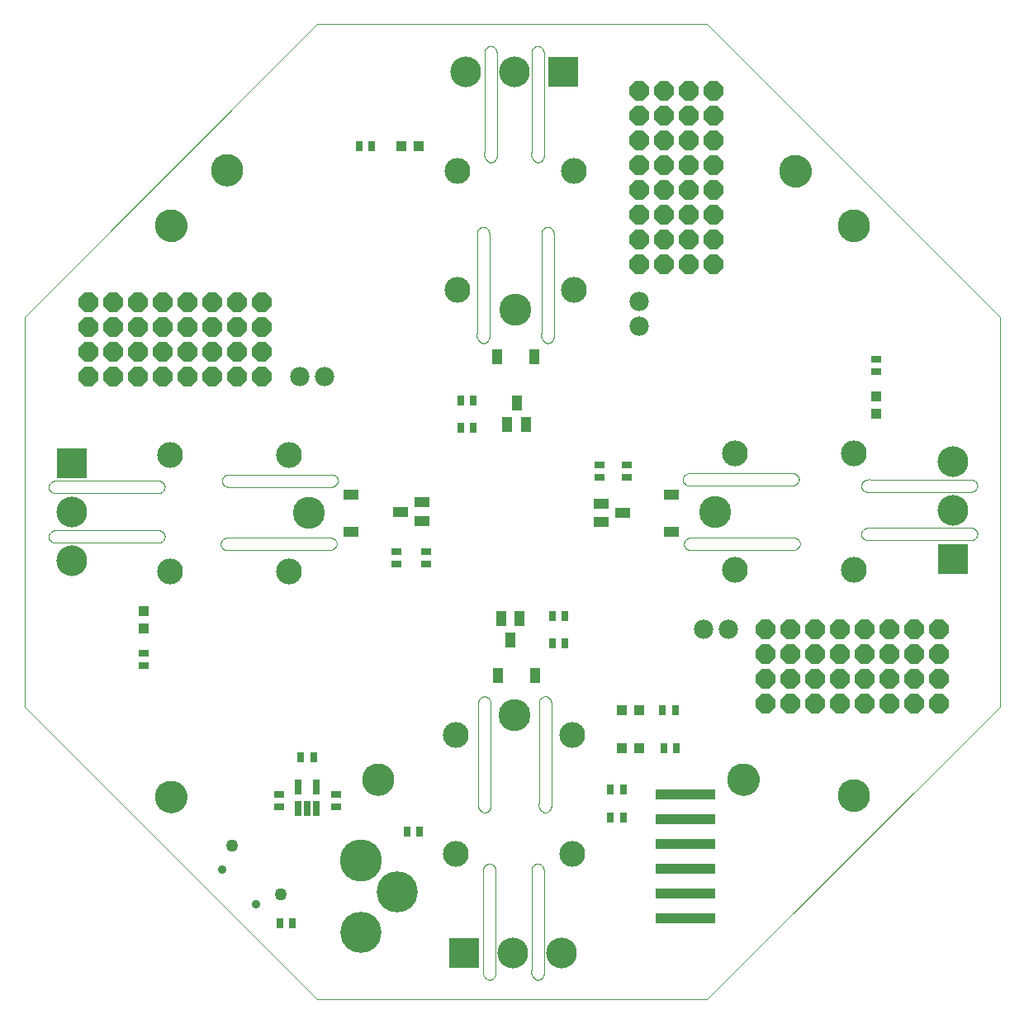
<source format=gts>
G75*
%MOIN*%
%OFA0B0*%
%FSLAX25Y25*%
%IPPOS*%
%LPD*%
%AMOC8*
5,1,8,0,0,1.08239X$1,22.5*
%
%ADD10C,0.00100*%
%ADD11C,0.00000*%
%ADD12C,0.12998*%
%ADD13R,0.03156X0.03943*%
%ADD14R,0.03943X0.03156*%
%ADD15R,0.12400X0.12400*%
%ADD16C,0.12400*%
%ADD17R,0.24022X0.04416*%
%ADD18R,0.04337X0.05912*%
%ADD19R,0.05912X0.04337*%
%ADD20R,0.03156X0.05912*%
%ADD21C,0.16998*%
%ADD22C,0.16600*%
%ADD23R,0.04400X0.04400*%
%ADD24C,0.12900*%
%ADD25C,0.10400*%
%ADD26C,0.03500*%
%ADD27C,0.05000*%
%ADD28OC8,0.07800*%
%ADD29C,0.07800*%
D10*
X0129480Y0012130D02*
X0011370Y0130240D01*
X0011370Y0287720D01*
X0129480Y0405831D01*
X0286961Y0405831D01*
X0405071Y0287720D01*
X0405071Y0130240D01*
X0286961Y0012130D01*
X0129480Y0012130D01*
X0196500Y0024000D02*
X0196500Y0064000D01*
X0199000Y0067000D02*
X0199103Y0066988D01*
X0199205Y0066973D01*
X0199306Y0066954D01*
X0199407Y0066932D01*
X0199507Y0066905D01*
X0199606Y0066875D01*
X0199703Y0066841D01*
X0199799Y0066804D01*
X0199894Y0066763D01*
X0199987Y0066718D01*
X0200079Y0066670D01*
X0200168Y0066619D01*
X0200256Y0066564D01*
X0200341Y0066506D01*
X0200425Y0066445D01*
X0200505Y0066381D01*
X0200584Y0066314D01*
X0200660Y0066244D01*
X0200733Y0066171D01*
X0200803Y0066096D01*
X0200871Y0066018D01*
X0200936Y0065937D01*
X0200997Y0065854D01*
X0201056Y0065769D01*
X0201111Y0065682D01*
X0201163Y0065592D01*
X0201211Y0065501D01*
X0201256Y0065408D01*
X0201298Y0065314D01*
X0201336Y0065218D01*
X0201370Y0065120D01*
X0201401Y0065022D01*
X0201428Y0064922D01*
X0201451Y0064822D01*
X0201471Y0064720D01*
X0201486Y0064618D01*
X0201498Y0064516D01*
X0201506Y0064413D01*
X0201510Y0064309D01*
X0201511Y0064206D01*
X0201507Y0064103D01*
X0201500Y0064000D01*
X0201500Y0023000D01*
X0199000Y0020000D02*
X0198890Y0020028D01*
X0198780Y0020059D01*
X0198672Y0020094D01*
X0198565Y0020133D01*
X0198459Y0020175D01*
X0198355Y0020221D01*
X0198252Y0020270D01*
X0198151Y0020323D01*
X0198052Y0020380D01*
X0197955Y0020439D01*
X0197860Y0020502D01*
X0197768Y0020568D01*
X0197677Y0020637D01*
X0197589Y0020710D01*
X0197504Y0020785D01*
X0197421Y0020863D01*
X0197341Y0020944D01*
X0197263Y0021028D01*
X0197189Y0021114D01*
X0197118Y0021203D01*
X0197049Y0021294D01*
X0196984Y0021387D01*
X0196922Y0021482D01*
X0196863Y0021580D01*
X0196808Y0021680D01*
X0196756Y0021781D01*
X0196708Y0021884D01*
X0196663Y0021989D01*
X0196621Y0022095D01*
X0196584Y0022202D01*
X0196550Y0022311D01*
X0196520Y0022421D01*
X0196493Y0022532D01*
X0196471Y0022643D01*
X0196452Y0022755D01*
X0196437Y0022868D01*
X0196426Y0022982D01*
X0196419Y0023095D01*
X0196415Y0023209D01*
X0196416Y0023323D01*
X0196420Y0023437D01*
X0196429Y0023550D01*
X0196441Y0023664D01*
X0196457Y0023776D01*
X0196477Y0023889D01*
X0196500Y0024000D01*
X0199000Y0020000D02*
X0199103Y0020012D01*
X0199205Y0020027D01*
X0199306Y0020046D01*
X0199407Y0020068D01*
X0199507Y0020095D01*
X0199606Y0020125D01*
X0199703Y0020159D01*
X0199799Y0020196D01*
X0199894Y0020237D01*
X0199987Y0020282D01*
X0200079Y0020330D01*
X0200168Y0020381D01*
X0200256Y0020436D01*
X0200341Y0020494D01*
X0200425Y0020555D01*
X0200505Y0020619D01*
X0200584Y0020686D01*
X0200660Y0020756D01*
X0200733Y0020829D01*
X0200803Y0020904D01*
X0200871Y0020982D01*
X0200936Y0021063D01*
X0200997Y0021146D01*
X0201056Y0021231D01*
X0201111Y0021318D01*
X0201163Y0021408D01*
X0201211Y0021499D01*
X0201256Y0021592D01*
X0201298Y0021686D01*
X0201336Y0021782D01*
X0201370Y0021880D01*
X0201401Y0021978D01*
X0201428Y0022078D01*
X0201451Y0022178D01*
X0201471Y0022280D01*
X0201486Y0022382D01*
X0201498Y0022484D01*
X0201506Y0022587D01*
X0201510Y0022691D01*
X0201511Y0022794D01*
X0201507Y0022897D01*
X0201500Y0023000D01*
X0216000Y0024000D02*
X0216000Y0064000D01*
X0218500Y0067000D02*
X0218603Y0066988D01*
X0218705Y0066973D01*
X0218806Y0066954D01*
X0218907Y0066932D01*
X0219007Y0066905D01*
X0219106Y0066875D01*
X0219203Y0066841D01*
X0219299Y0066804D01*
X0219394Y0066763D01*
X0219487Y0066718D01*
X0219579Y0066670D01*
X0219668Y0066619D01*
X0219756Y0066564D01*
X0219841Y0066506D01*
X0219925Y0066445D01*
X0220005Y0066381D01*
X0220084Y0066314D01*
X0220160Y0066244D01*
X0220233Y0066171D01*
X0220303Y0066096D01*
X0220371Y0066018D01*
X0220436Y0065937D01*
X0220497Y0065854D01*
X0220556Y0065769D01*
X0220611Y0065682D01*
X0220663Y0065592D01*
X0220711Y0065501D01*
X0220756Y0065408D01*
X0220798Y0065314D01*
X0220836Y0065218D01*
X0220870Y0065120D01*
X0220901Y0065022D01*
X0220928Y0064922D01*
X0220951Y0064822D01*
X0220971Y0064720D01*
X0220986Y0064618D01*
X0220998Y0064516D01*
X0221006Y0064413D01*
X0221010Y0064309D01*
X0221011Y0064206D01*
X0221007Y0064103D01*
X0221000Y0064000D01*
X0221000Y0023000D01*
X0218500Y0020000D02*
X0218390Y0020028D01*
X0218280Y0020059D01*
X0218172Y0020094D01*
X0218065Y0020133D01*
X0217959Y0020175D01*
X0217855Y0020221D01*
X0217752Y0020270D01*
X0217651Y0020323D01*
X0217552Y0020380D01*
X0217455Y0020439D01*
X0217360Y0020502D01*
X0217268Y0020568D01*
X0217177Y0020637D01*
X0217089Y0020710D01*
X0217004Y0020785D01*
X0216921Y0020863D01*
X0216841Y0020944D01*
X0216763Y0021028D01*
X0216689Y0021114D01*
X0216618Y0021203D01*
X0216549Y0021294D01*
X0216484Y0021387D01*
X0216422Y0021482D01*
X0216363Y0021580D01*
X0216308Y0021680D01*
X0216256Y0021781D01*
X0216208Y0021884D01*
X0216163Y0021989D01*
X0216121Y0022095D01*
X0216084Y0022202D01*
X0216050Y0022311D01*
X0216020Y0022421D01*
X0215993Y0022532D01*
X0215971Y0022643D01*
X0215952Y0022755D01*
X0215937Y0022868D01*
X0215926Y0022982D01*
X0215919Y0023095D01*
X0215915Y0023209D01*
X0215916Y0023323D01*
X0215920Y0023437D01*
X0215929Y0023550D01*
X0215941Y0023664D01*
X0215957Y0023776D01*
X0215977Y0023889D01*
X0216000Y0024000D01*
X0218500Y0020000D02*
X0218603Y0020012D01*
X0218705Y0020027D01*
X0218806Y0020046D01*
X0218907Y0020068D01*
X0219007Y0020095D01*
X0219106Y0020125D01*
X0219203Y0020159D01*
X0219299Y0020196D01*
X0219394Y0020237D01*
X0219487Y0020282D01*
X0219579Y0020330D01*
X0219668Y0020381D01*
X0219756Y0020436D01*
X0219841Y0020494D01*
X0219925Y0020555D01*
X0220005Y0020619D01*
X0220084Y0020686D01*
X0220160Y0020756D01*
X0220233Y0020829D01*
X0220303Y0020904D01*
X0220371Y0020982D01*
X0220436Y0021063D01*
X0220497Y0021146D01*
X0220556Y0021231D01*
X0220611Y0021318D01*
X0220663Y0021408D01*
X0220711Y0021499D01*
X0220756Y0021592D01*
X0220798Y0021686D01*
X0220836Y0021782D01*
X0220870Y0021880D01*
X0220901Y0021978D01*
X0220928Y0022078D01*
X0220951Y0022178D01*
X0220971Y0022280D01*
X0220986Y0022382D01*
X0220998Y0022484D01*
X0221006Y0022587D01*
X0221010Y0022691D01*
X0221011Y0022794D01*
X0221007Y0022897D01*
X0221000Y0023000D01*
X0216000Y0064000D02*
X0215993Y0064103D01*
X0215989Y0064206D01*
X0215990Y0064309D01*
X0215994Y0064413D01*
X0216002Y0064516D01*
X0216014Y0064618D01*
X0216029Y0064720D01*
X0216049Y0064822D01*
X0216072Y0064922D01*
X0216099Y0065022D01*
X0216130Y0065120D01*
X0216164Y0065218D01*
X0216202Y0065314D01*
X0216244Y0065408D01*
X0216289Y0065501D01*
X0216337Y0065592D01*
X0216389Y0065682D01*
X0216444Y0065769D01*
X0216503Y0065854D01*
X0216564Y0065937D01*
X0216629Y0066018D01*
X0216697Y0066096D01*
X0216767Y0066171D01*
X0216840Y0066244D01*
X0216916Y0066314D01*
X0216995Y0066381D01*
X0217075Y0066445D01*
X0217159Y0066506D01*
X0217244Y0066564D01*
X0217332Y0066619D01*
X0217421Y0066670D01*
X0217513Y0066718D01*
X0217606Y0066763D01*
X0217701Y0066804D01*
X0217797Y0066841D01*
X0217894Y0066875D01*
X0217993Y0066905D01*
X0218093Y0066932D01*
X0218194Y0066954D01*
X0218295Y0066973D01*
X0218397Y0066988D01*
X0218500Y0067000D01*
X0199000Y0067000D02*
X0198897Y0066988D01*
X0198795Y0066973D01*
X0198694Y0066954D01*
X0198593Y0066932D01*
X0198493Y0066905D01*
X0198394Y0066875D01*
X0198297Y0066841D01*
X0198201Y0066804D01*
X0198106Y0066763D01*
X0198013Y0066718D01*
X0197921Y0066670D01*
X0197832Y0066619D01*
X0197744Y0066564D01*
X0197659Y0066506D01*
X0197575Y0066445D01*
X0197495Y0066381D01*
X0197416Y0066314D01*
X0197340Y0066244D01*
X0197267Y0066171D01*
X0197197Y0066096D01*
X0197129Y0066018D01*
X0197064Y0065937D01*
X0197003Y0065854D01*
X0196944Y0065769D01*
X0196889Y0065682D01*
X0196837Y0065592D01*
X0196789Y0065501D01*
X0196744Y0065408D01*
X0196702Y0065314D01*
X0196664Y0065218D01*
X0196630Y0065120D01*
X0196599Y0065022D01*
X0196572Y0064922D01*
X0196549Y0064822D01*
X0196529Y0064720D01*
X0196514Y0064618D01*
X0196502Y0064516D01*
X0196494Y0064413D01*
X0196490Y0064309D01*
X0196489Y0064206D01*
X0196493Y0064103D01*
X0196500Y0064000D01*
X0197000Y0087500D02*
X0197103Y0087512D01*
X0197205Y0087527D01*
X0197306Y0087546D01*
X0197407Y0087568D01*
X0197507Y0087595D01*
X0197606Y0087625D01*
X0197703Y0087659D01*
X0197799Y0087696D01*
X0197894Y0087737D01*
X0197987Y0087782D01*
X0198079Y0087830D01*
X0198168Y0087881D01*
X0198256Y0087936D01*
X0198341Y0087994D01*
X0198425Y0088055D01*
X0198505Y0088119D01*
X0198584Y0088186D01*
X0198660Y0088256D01*
X0198733Y0088329D01*
X0198803Y0088404D01*
X0198871Y0088482D01*
X0198936Y0088563D01*
X0198997Y0088646D01*
X0199056Y0088731D01*
X0199111Y0088818D01*
X0199163Y0088908D01*
X0199211Y0088999D01*
X0199256Y0089092D01*
X0199298Y0089186D01*
X0199336Y0089282D01*
X0199370Y0089380D01*
X0199401Y0089478D01*
X0199428Y0089578D01*
X0199451Y0089678D01*
X0199471Y0089780D01*
X0199486Y0089882D01*
X0199498Y0089984D01*
X0199506Y0090087D01*
X0199510Y0090191D01*
X0199511Y0090294D01*
X0199507Y0090397D01*
X0199500Y0090500D01*
X0199500Y0131500D01*
X0197000Y0134500D02*
X0196897Y0134488D01*
X0196795Y0134473D01*
X0196694Y0134454D01*
X0196593Y0134432D01*
X0196493Y0134405D01*
X0196394Y0134375D01*
X0196297Y0134341D01*
X0196201Y0134304D01*
X0196106Y0134263D01*
X0196013Y0134218D01*
X0195921Y0134170D01*
X0195832Y0134119D01*
X0195744Y0134064D01*
X0195659Y0134006D01*
X0195575Y0133945D01*
X0195495Y0133881D01*
X0195416Y0133814D01*
X0195340Y0133744D01*
X0195267Y0133671D01*
X0195197Y0133596D01*
X0195129Y0133518D01*
X0195064Y0133437D01*
X0195003Y0133354D01*
X0194944Y0133269D01*
X0194889Y0133182D01*
X0194837Y0133092D01*
X0194789Y0133001D01*
X0194744Y0132908D01*
X0194702Y0132814D01*
X0194664Y0132718D01*
X0194630Y0132620D01*
X0194599Y0132522D01*
X0194572Y0132422D01*
X0194549Y0132322D01*
X0194529Y0132220D01*
X0194514Y0132118D01*
X0194502Y0132016D01*
X0194494Y0131913D01*
X0194490Y0131809D01*
X0194489Y0131706D01*
X0194493Y0131603D01*
X0194500Y0131500D01*
X0194500Y0091500D01*
X0194477Y0091389D01*
X0194457Y0091276D01*
X0194441Y0091164D01*
X0194429Y0091050D01*
X0194420Y0090937D01*
X0194416Y0090823D01*
X0194415Y0090709D01*
X0194419Y0090595D01*
X0194426Y0090482D01*
X0194437Y0090368D01*
X0194452Y0090255D01*
X0194471Y0090143D01*
X0194493Y0090032D01*
X0194520Y0089921D01*
X0194550Y0089811D01*
X0194584Y0089702D01*
X0194621Y0089595D01*
X0194663Y0089489D01*
X0194708Y0089384D01*
X0194756Y0089281D01*
X0194808Y0089180D01*
X0194863Y0089080D01*
X0194922Y0088982D01*
X0194984Y0088887D01*
X0195049Y0088794D01*
X0195118Y0088703D01*
X0195189Y0088614D01*
X0195263Y0088528D01*
X0195341Y0088444D01*
X0195421Y0088363D01*
X0195504Y0088285D01*
X0195589Y0088210D01*
X0195677Y0088137D01*
X0195768Y0088068D01*
X0195860Y0088002D01*
X0195955Y0087939D01*
X0196052Y0087880D01*
X0196151Y0087823D01*
X0196252Y0087770D01*
X0196355Y0087721D01*
X0196459Y0087675D01*
X0196565Y0087633D01*
X0196672Y0087594D01*
X0196780Y0087559D01*
X0196890Y0087528D01*
X0197000Y0087500D01*
X0219000Y0091500D02*
X0219000Y0131500D01*
X0221500Y0134500D02*
X0221603Y0134488D01*
X0221705Y0134473D01*
X0221806Y0134454D01*
X0221907Y0134432D01*
X0222007Y0134405D01*
X0222106Y0134375D01*
X0222203Y0134341D01*
X0222299Y0134304D01*
X0222394Y0134263D01*
X0222487Y0134218D01*
X0222579Y0134170D01*
X0222668Y0134119D01*
X0222756Y0134064D01*
X0222841Y0134006D01*
X0222925Y0133945D01*
X0223005Y0133881D01*
X0223084Y0133814D01*
X0223160Y0133744D01*
X0223233Y0133671D01*
X0223303Y0133596D01*
X0223371Y0133518D01*
X0223436Y0133437D01*
X0223497Y0133354D01*
X0223556Y0133269D01*
X0223611Y0133182D01*
X0223663Y0133092D01*
X0223711Y0133001D01*
X0223756Y0132908D01*
X0223798Y0132814D01*
X0223836Y0132718D01*
X0223870Y0132620D01*
X0223901Y0132522D01*
X0223928Y0132422D01*
X0223951Y0132322D01*
X0223971Y0132220D01*
X0223986Y0132118D01*
X0223998Y0132016D01*
X0224006Y0131913D01*
X0224010Y0131809D01*
X0224011Y0131706D01*
X0224007Y0131603D01*
X0224000Y0131500D01*
X0224000Y0090500D01*
X0221500Y0087500D02*
X0221390Y0087528D01*
X0221280Y0087559D01*
X0221172Y0087594D01*
X0221065Y0087633D01*
X0220959Y0087675D01*
X0220855Y0087721D01*
X0220752Y0087770D01*
X0220651Y0087823D01*
X0220552Y0087880D01*
X0220455Y0087939D01*
X0220360Y0088002D01*
X0220268Y0088068D01*
X0220177Y0088137D01*
X0220089Y0088210D01*
X0220004Y0088285D01*
X0219921Y0088363D01*
X0219841Y0088444D01*
X0219763Y0088528D01*
X0219689Y0088614D01*
X0219618Y0088703D01*
X0219549Y0088794D01*
X0219484Y0088887D01*
X0219422Y0088982D01*
X0219363Y0089080D01*
X0219308Y0089180D01*
X0219256Y0089281D01*
X0219208Y0089384D01*
X0219163Y0089489D01*
X0219121Y0089595D01*
X0219084Y0089702D01*
X0219050Y0089811D01*
X0219020Y0089921D01*
X0218993Y0090032D01*
X0218971Y0090143D01*
X0218952Y0090255D01*
X0218937Y0090368D01*
X0218926Y0090482D01*
X0218919Y0090595D01*
X0218915Y0090709D01*
X0218916Y0090823D01*
X0218920Y0090937D01*
X0218929Y0091050D01*
X0218941Y0091164D01*
X0218957Y0091276D01*
X0218977Y0091389D01*
X0219000Y0091500D01*
X0221500Y0087500D02*
X0221603Y0087512D01*
X0221705Y0087527D01*
X0221806Y0087546D01*
X0221907Y0087568D01*
X0222007Y0087595D01*
X0222106Y0087625D01*
X0222203Y0087659D01*
X0222299Y0087696D01*
X0222394Y0087737D01*
X0222487Y0087782D01*
X0222579Y0087830D01*
X0222668Y0087881D01*
X0222756Y0087936D01*
X0222841Y0087994D01*
X0222925Y0088055D01*
X0223005Y0088119D01*
X0223084Y0088186D01*
X0223160Y0088256D01*
X0223233Y0088329D01*
X0223303Y0088404D01*
X0223371Y0088482D01*
X0223436Y0088563D01*
X0223497Y0088646D01*
X0223556Y0088731D01*
X0223611Y0088818D01*
X0223663Y0088908D01*
X0223711Y0088999D01*
X0223756Y0089092D01*
X0223798Y0089186D01*
X0223836Y0089282D01*
X0223870Y0089380D01*
X0223901Y0089478D01*
X0223928Y0089578D01*
X0223951Y0089678D01*
X0223971Y0089780D01*
X0223986Y0089882D01*
X0223998Y0089984D01*
X0224006Y0090087D01*
X0224010Y0090191D01*
X0224011Y0090294D01*
X0224007Y0090397D01*
X0224000Y0090500D01*
X0219000Y0131500D02*
X0218993Y0131603D01*
X0218989Y0131706D01*
X0218990Y0131809D01*
X0218994Y0131913D01*
X0219002Y0132016D01*
X0219014Y0132118D01*
X0219029Y0132220D01*
X0219049Y0132322D01*
X0219072Y0132422D01*
X0219099Y0132522D01*
X0219130Y0132620D01*
X0219164Y0132718D01*
X0219202Y0132814D01*
X0219244Y0132908D01*
X0219289Y0133001D01*
X0219337Y0133092D01*
X0219389Y0133182D01*
X0219444Y0133269D01*
X0219503Y0133354D01*
X0219564Y0133437D01*
X0219629Y0133518D01*
X0219697Y0133596D01*
X0219767Y0133671D01*
X0219840Y0133744D01*
X0219916Y0133814D01*
X0219995Y0133881D01*
X0220075Y0133945D01*
X0220159Y0134006D01*
X0220244Y0134064D01*
X0220332Y0134119D01*
X0220421Y0134170D01*
X0220513Y0134218D01*
X0220606Y0134263D01*
X0220701Y0134304D01*
X0220797Y0134341D01*
X0220894Y0134375D01*
X0220993Y0134405D01*
X0221093Y0134432D01*
X0221194Y0134454D01*
X0221295Y0134473D01*
X0221397Y0134488D01*
X0221500Y0134500D01*
X0199500Y0131500D02*
X0199507Y0131603D01*
X0199511Y0131706D01*
X0199510Y0131809D01*
X0199506Y0131913D01*
X0199498Y0132016D01*
X0199486Y0132118D01*
X0199471Y0132220D01*
X0199451Y0132322D01*
X0199428Y0132422D01*
X0199401Y0132522D01*
X0199370Y0132620D01*
X0199336Y0132718D01*
X0199298Y0132814D01*
X0199256Y0132908D01*
X0199211Y0133001D01*
X0199163Y0133092D01*
X0199111Y0133182D01*
X0199056Y0133269D01*
X0198997Y0133354D01*
X0198936Y0133437D01*
X0198871Y0133518D01*
X0198803Y0133596D01*
X0198733Y0133671D01*
X0198660Y0133744D01*
X0198584Y0133814D01*
X0198505Y0133881D01*
X0198425Y0133945D01*
X0198341Y0134006D01*
X0198256Y0134064D01*
X0198168Y0134119D01*
X0198079Y0134170D01*
X0197987Y0134218D01*
X0197894Y0134263D01*
X0197799Y0134304D01*
X0197703Y0134341D01*
X0197606Y0134375D01*
X0197507Y0134405D01*
X0197407Y0134432D01*
X0197306Y0134454D01*
X0197205Y0134473D01*
X0197103Y0134488D01*
X0197000Y0134500D01*
X0133500Y0193500D02*
X0093500Y0193500D01*
X0090500Y0196000D02*
X0090512Y0196103D01*
X0090527Y0196205D01*
X0090546Y0196306D01*
X0090568Y0196407D01*
X0090595Y0196507D01*
X0090625Y0196606D01*
X0090659Y0196703D01*
X0090696Y0196799D01*
X0090737Y0196894D01*
X0090782Y0196987D01*
X0090830Y0197079D01*
X0090881Y0197168D01*
X0090936Y0197256D01*
X0090994Y0197341D01*
X0091055Y0197425D01*
X0091119Y0197505D01*
X0091186Y0197584D01*
X0091256Y0197660D01*
X0091329Y0197733D01*
X0091404Y0197803D01*
X0091482Y0197871D01*
X0091563Y0197936D01*
X0091646Y0197997D01*
X0091731Y0198056D01*
X0091818Y0198111D01*
X0091908Y0198163D01*
X0091999Y0198211D01*
X0092092Y0198256D01*
X0092186Y0198298D01*
X0092282Y0198336D01*
X0092380Y0198370D01*
X0092478Y0198401D01*
X0092578Y0198428D01*
X0092678Y0198451D01*
X0092780Y0198471D01*
X0092882Y0198486D01*
X0092984Y0198498D01*
X0093087Y0198506D01*
X0093191Y0198510D01*
X0093294Y0198511D01*
X0093397Y0198507D01*
X0093500Y0198500D01*
X0134500Y0198500D01*
X0137500Y0196000D02*
X0137472Y0195890D01*
X0137441Y0195780D01*
X0137406Y0195672D01*
X0137367Y0195565D01*
X0137325Y0195459D01*
X0137279Y0195355D01*
X0137230Y0195252D01*
X0137177Y0195151D01*
X0137120Y0195052D01*
X0137061Y0194955D01*
X0136998Y0194860D01*
X0136932Y0194768D01*
X0136863Y0194677D01*
X0136790Y0194589D01*
X0136715Y0194504D01*
X0136637Y0194421D01*
X0136556Y0194341D01*
X0136472Y0194263D01*
X0136386Y0194189D01*
X0136297Y0194118D01*
X0136206Y0194049D01*
X0136113Y0193984D01*
X0136018Y0193922D01*
X0135920Y0193863D01*
X0135820Y0193808D01*
X0135719Y0193756D01*
X0135616Y0193708D01*
X0135511Y0193663D01*
X0135405Y0193621D01*
X0135298Y0193584D01*
X0135189Y0193550D01*
X0135079Y0193520D01*
X0134968Y0193493D01*
X0134857Y0193471D01*
X0134745Y0193452D01*
X0134632Y0193437D01*
X0134518Y0193426D01*
X0134405Y0193419D01*
X0134291Y0193415D01*
X0134177Y0193416D01*
X0134063Y0193420D01*
X0133950Y0193429D01*
X0133836Y0193441D01*
X0133724Y0193457D01*
X0133611Y0193477D01*
X0133500Y0193500D01*
X0137500Y0196000D02*
X0137488Y0196103D01*
X0137473Y0196205D01*
X0137454Y0196306D01*
X0137432Y0196407D01*
X0137405Y0196507D01*
X0137375Y0196606D01*
X0137341Y0196703D01*
X0137304Y0196799D01*
X0137263Y0196894D01*
X0137218Y0196987D01*
X0137170Y0197079D01*
X0137119Y0197168D01*
X0137064Y0197256D01*
X0137006Y0197341D01*
X0136945Y0197425D01*
X0136881Y0197505D01*
X0136814Y0197584D01*
X0136744Y0197660D01*
X0136671Y0197733D01*
X0136596Y0197803D01*
X0136518Y0197871D01*
X0136437Y0197936D01*
X0136354Y0197997D01*
X0136269Y0198056D01*
X0136182Y0198111D01*
X0136092Y0198163D01*
X0136001Y0198211D01*
X0135908Y0198256D01*
X0135814Y0198298D01*
X0135718Y0198336D01*
X0135620Y0198370D01*
X0135522Y0198401D01*
X0135422Y0198428D01*
X0135322Y0198451D01*
X0135220Y0198471D01*
X0135118Y0198486D01*
X0135016Y0198498D01*
X0134913Y0198506D01*
X0134809Y0198510D01*
X0134706Y0198511D01*
X0134603Y0198507D01*
X0134500Y0198500D01*
X0134000Y0219000D02*
X0094000Y0219000D01*
X0091000Y0221500D02*
X0091012Y0221603D01*
X0091027Y0221705D01*
X0091046Y0221806D01*
X0091068Y0221907D01*
X0091095Y0222007D01*
X0091125Y0222106D01*
X0091159Y0222203D01*
X0091196Y0222299D01*
X0091237Y0222394D01*
X0091282Y0222487D01*
X0091330Y0222579D01*
X0091381Y0222668D01*
X0091436Y0222756D01*
X0091494Y0222841D01*
X0091555Y0222925D01*
X0091619Y0223005D01*
X0091686Y0223084D01*
X0091756Y0223160D01*
X0091829Y0223233D01*
X0091904Y0223303D01*
X0091982Y0223371D01*
X0092063Y0223436D01*
X0092146Y0223497D01*
X0092231Y0223556D01*
X0092318Y0223611D01*
X0092408Y0223663D01*
X0092499Y0223711D01*
X0092592Y0223756D01*
X0092686Y0223798D01*
X0092782Y0223836D01*
X0092880Y0223870D01*
X0092978Y0223901D01*
X0093078Y0223928D01*
X0093178Y0223951D01*
X0093280Y0223971D01*
X0093382Y0223986D01*
X0093484Y0223998D01*
X0093587Y0224006D01*
X0093691Y0224010D01*
X0093794Y0224011D01*
X0093897Y0224007D01*
X0094000Y0224000D01*
X0135000Y0224000D01*
X0138000Y0221500D02*
X0137972Y0221390D01*
X0137941Y0221280D01*
X0137906Y0221172D01*
X0137867Y0221065D01*
X0137825Y0220959D01*
X0137779Y0220855D01*
X0137730Y0220752D01*
X0137677Y0220651D01*
X0137620Y0220552D01*
X0137561Y0220455D01*
X0137498Y0220360D01*
X0137432Y0220268D01*
X0137363Y0220177D01*
X0137290Y0220089D01*
X0137215Y0220004D01*
X0137137Y0219921D01*
X0137056Y0219841D01*
X0136972Y0219763D01*
X0136886Y0219689D01*
X0136797Y0219618D01*
X0136706Y0219549D01*
X0136613Y0219484D01*
X0136518Y0219422D01*
X0136420Y0219363D01*
X0136320Y0219308D01*
X0136219Y0219256D01*
X0136116Y0219208D01*
X0136011Y0219163D01*
X0135905Y0219121D01*
X0135798Y0219084D01*
X0135689Y0219050D01*
X0135579Y0219020D01*
X0135468Y0218993D01*
X0135357Y0218971D01*
X0135245Y0218952D01*
X0135132Y0218937D01*
X0135018Y0218926D01*
X0134905Y0218919D01*
X0134791Y0218915D01*
X0134677Y0218916D01*
X0134563Y0218920D01*
X0134450Y0218929D01*
X0134336Y0218941D01*
X0134224Y0218957D01*
X0134111Y0218977D01*
X0134000Y0219000D01*
X0138000Y0221500D02*
X0137988Y0221603D01*
X0137973Y0221705D01*
X0137954Y0221806D01*
X0137932Y0221907D01*
X0137905Y0222007D01*
X0137875Y0222106D01*
X0137841Y0222203D01*
X0137804Y0222299D01*
X0137763Y0222394D01*
X0137718Y0222487D01*
X0137670Y0222579D01*
X0137619Y0222668D01*
X0137564Y0222756D01*
X0137506Y0222841D01*
X0137445Y0222925D01*
X0137381Y0223005D01*
X0137314Y0223084D01*
X0137244Y0223160D01*
X0137171Y0223233D01*
X0137096Y0223303D01*
X0137018Y0223371D01*
X0136937Y0223436D01*
X0136854Y0223497D01*
X0136769Y0223556D01*
X0136682Y0223611D01*
X0136592Y0223663D01*
X0136501Y0223711D01*
X0136408Y0223756D01*
X0136314Y0223798D01*
X0136218Y0223836D01*
X0136120Y0223870D01*
X0136022Y0223901D01*
X0135922Y0223928D01*
X0135822Y0223951D01*
X0135720Y0223971D01*
X0135618Y0223986D01*
X0135516Y0223998D01*
X0135413Y0224006D01*
X0135309Y0224010D01*
X0135206Y0224011D01*
X0135103Y0224007D01*
X0135000Y0224000D01*
X0094000Y0219000D02*
X0093897Y0218993D01*
X0093794Y0218989D01*
X0093691Y0218990D01*
X0093587Y0218994D01*
X0093484Y0219002D01*
X0093382Y0219014D01*
X0093280Y0219029D01*
X0093178Y0219049D01*
X0093078Y0219072D01*
X0092978Y0219099D01*
X0092880Y0219130D01*
X0092782Y0219164D01*
X0092686Y0219202D01*
X0092592Y0219244D01*
X0092499Y0219289D01*
X0092408Y0219337D01*
X0092318Y0219389D01*
X0092231Y0219444D01*
X0092146Y0219503D01*
X0092063Y0219564D01*
X0091982Y0219629D01*
X0091904Y0219697D01*
X0091829Y0219767D01*
X0091756Y0219840D01*
X0091686Y0219916D01*
X0091619Y0219995D01*
X0091555Y0220075D01*
X0091494Y0220159D01*
X0091436Y0220244D01*
X0091381Y0220332D01*
X0091330Y0220421D01*
X0091282Y0220513D01*
X0091237Y0220606D01*
X0091196Y0220701D01*
X0091159Y0220797D01*
X0091125Y0220894D01*
X0091095Y0220993D01*
X0091068Y0221093D01*
X0091046Y0221194D01*
X0091027Y0221295D01*
X0091012Y0221397D01*
X0091000Y0221500D01*
X0090500Y0196000D02*
X0090512Y0195897D01*
X0090527Y0195795D01*
X0090546Y0195694D01*
X0090568Y0195593D01*
X0090595Y0195493D01*
X0090625Y0195394D01*
X0090659Y0195297D01*
X0090696Y0195201D01*
X0090737Y0195106D01*
X0090782Y0195013D01*
X0090830Y0194921D01*
X0090881Y0194832D01*
X0090936Y0194744D01*
X0090994Y0194659D01*
X0091055Y0194575D01*
X0091119Y0194495D01*
X0091186Y0194416D01*
X0091256Y0194340D01*
X0091329Y0194267D01*
X0091404Y0194197D01*
X0091482Y0194129D01*
X0091563Y0194064D01*
X0091646Y0194003D01*
X0091731Y0193944D01*
X0091818Y0193889D01*
X0091908Y0193837D01*
X0091999Y0193789D01*
X0092092Y0193744D01*
X0092186Y0193702D01*
X0092282Y0193664D01*
X0092380Y0193630D01*
X0092478Y0193599D01*
X0092578Y0193572D01*
X0092678Y0193549D01*
X0092780Y0193529D01*
X0092882Y0193514D01*
X0092984Y0193502D01*
X0093087Y0193494D01*
X0093191Y0193490D01*
X0093294Y0193489D01*
X0093397Y0193493D01*
X0093500Y0193500D01*
X0065000Y0196500D02*
X0024000Y0196500D01*
X0021000Y0199000D02*
X0021028Y0199110D01*
X0021059Y0199220D01*
X0021094Y0199328D01*
X0021133Y0199435D01*
X0021175Y0199541D01*
X0021221Y0199645D01*
X0021270Y0199748D01*
X0021323Y0199849D01*
X0021380Y0199948D01*
X0021439Y0200045D01*
X0021502Y0200140D01*
X0021568Y0200232D01*
X0021637Y0200323D01*
X0021710Y0200411D01*
X0021785Y0200496D01*
X0021863Y0200579D01*
X0021944Y0200659D01*
X0022028Y0200737D01*
X0022114Y0200811D01*
X0022203Y0200882D01*
X0022294Y0200951D01*
X0022387Y0201016D01*
X0022482Y0201078D01*
X0022580Y0201137D01*
X0022680Y0201192D01*
X0022781Y0201244D01*
X0022884Y0201292D01*
X0022989Y0201337D01*
X0023095Y0201379D01*
X0023202Y0201416D01*
X0023311Y0201450D01*
X0023421Y0201480D01*
X0023532Y0201507D01*
X0023643Y0201529D01*
X0023755Y0201548D01*
X0023868Y0201563D01*
X0023982Y0201574D01*
X0024095Y0201581D01*
X0024209Y0201585D01*
X0024323Y0201584D01*
X0024437Y0201580D01*
X0024550Y0201571D01*
X0024664Y0201559D01*
X0024776Y0201543D01*
X0024889Y0201523D01*
X0025000Y0201500D01*
X0065000Y0201500D01*
X0068000Y0199000D02*
X0067988Y0198897D01*
X0067973Y0198795D01*
X0067954Y0198694D01*
X0067932Y0198593D01*
X0067905Y0198493D01*
X0067875Y0198394D01*
X0067841Y0198297D01*
X0067804Y0198201D01*
X0067763Y0198106D01*
X0067718Y0198013D01*
X0067670Y0197921D01*
X0067619Y0197832D01*
X0067564Y0197744D01*
X0067506Y0197659D01*
X0067445Y0197575D01*
X0067381Y0197495D01*
X0067314Y0197416D01*
X0067244Y0197340D01*
X0067171Y0197267D01*
X0067096Y0197197D01*
X0067018Y0197129D01*
X0066937Y0197064D01*
X0066854Y0197003D01*
X0066769Y0196944D01*
X0066682Y0196889D01*
X0066592Y0196837D01*
X0066501Y0196789D01*
X0066408Y0196744D01*
X0066314Y0196702D01*
X0066218Y0196664D01*
X0066120Y0196630D01*
X0066022Y0196599D01*
X0065922Y0196572D01*
X0065822Y0196549D01*
X0065720Y0196529D01*
X0065618Y0196514D01*
X0065516Y0196502D01*
X0065413Y0196494D01*
X0065309Y0196490D01*
X0065206Y0196489D01*
X0065103Y0196493D01*
X0065000Y0196500D01*
X0068000Y0199000D02*
X0067988Y0199103D01*
X0067973Y0199205D01*
X0067954Y0199306D01*
X0067932Y0199407D01*
X0067905Y0199507D01*
X0067875Y0199606D01*
X0067841Y0199703D01*
X0067804Y0199799D01*
X0067763Y0199894D01*
X0067718Y0199987D01*
X0067670Y0200079D01*
X0067619Y0200168D01*
X0067564Y0200256D01*
X0067506Y0200341D01*
X0067445Y0200425D01*
X0067381Y0200505D01*
X0067314Y0200584D01*
X0067244Y0200660D01*
X0067171Y0200733D01*
X0067096Y0200803D01*
X0067018Y0200871D01*
X0066937Y0200936D01*
X0066854Y0200997D01*
X0066769Y0201056D01*
X0066682Y0201111D01*
X0066592Y0201163D01*
X0066501Y0201211D01*
X0066408Y0201256D01*
X0066314Y0201298D01*
X0066218Y0201336D01*
X0066120Y0201370D01*
X0066022Y0201401D01*
X0065922Y0201428D01*
X0065822Y0201451D01*
X0065720Y0201471D01*
X0065618Y0201486D01*
X0065516Y0201498D01*
X0065413Y0201506D01*
X0065309Y0201510D01*
X0065206Y0201511D01*
X0065103Y0201507D01*
X0065000Y0201500D01*
X0065000Y0216500D02*
X0024000Y0216500D01*
X0021000Y0219000D02*
X0021028Y0219110D01*
X0021059Y0219220D01*
X0021094Y0219328D01*
X0021133Y0219435D01*
X0021175Y0219541D01*
X0021221Y0219645D01*
X0021270Y0219748D01*
X0021323Y0219849D01*
X0021380Y0219948D01*
X0021439Y0220045D01*
X0021502Y0220140D01*
X0021568Y0220232D01*
X0021637Y0220323D01*
X0021710Y0220411D01*
X0021785Y0220496D01*
X0021863Y0220579D01*
X0021944Y0220659D01*
X0022028Y0220737D01*
X0022114Y0220811D01*
X0022203Y0220882D01*
X0022294Y0220951D01*
X0022387Y0221016D01*
X0022482Y0221078D01*
X0022580Y0221137D01*
X0022680Y0221192D01*
X0022781Y0221244D01*
X0022884Y0221292D01*
X0022989Y0221337D01*
X0023095Y0221379D01*
X0023202Y0221416D01*
X0023311Y0221450D01*
X0023421Y0221480D01*
X0023532Y0221507D01*
X0023643Y0221529D01*
X0023755Y0221548D01*
X0023868Y0221563D01*
X0023982Y0221574D01*
X0024095Y0221581D01*
X0024209Y0221585D01*
X0024323Y0221584D01*
X0024437Y0221580D01*
X0024550Y0221571D01*
X0024664Y0221559D01*
X0024776Y0221543D01*
X0024889Y0221523D01*
X0025000Y0221500D01*
X0065000Y0221500D01*
X0068000Y0219000D02*
X0067988Y0218897D01*
X0067973Y0218795D01*
X0067954Y0218694D01*
X0067932Y0218593D01*
X0067905Y0218493D01*
X0067875Y0218394D01*
X0067841Y0218297D01*
X0067804Y0218201D01*
X0067763Y0218106D01*
X0067718Y0218013D01*
X0067670Y0217921D01*
X0067619Y0217832D01*
X0067564Y0217744D01*
X0067506Y0217659D01*
X0067445Y0217575D01*
X0067381Y0217495D01*
X0067314Y0217416D01*
X0067244Y0217340D01*
X0067171Y0217267D01*
X0067096Y0217197D01*
X0067018Y0217129D01*
X0066937Y0217064D01*
X0066854Y0217003D01*
X0066769Y0216944D01*
X0066682Y0216889D01*
X0066592Y0216837D01*
X0066501Y0216789D01*
X0066408Y0216744D01*
X0066314Y0216702D01*
X0066218Y0216664D01*
X0066120Y0216630D01*
X0066022Y0216599D01*
X0065922Y0216572D01*
X0065822Y0216549D01*
X0065720Y0216529D01*
X0065618Y0216514D01*
X0065516Y0216502D01*
X0065413Y0216494D01*
X0065309Y0216490D01*
X0065206Y0216489D01*
X0065103Y0216493D01*
X0065000Y0216500D01*
X0068000Y0219000D02*
X0067988Y0219103D01*
X0067973Y0219205D01*
X0067954Y0219306D01*
X0067932Y0219407D01*
X0067905Y0219507D01*
X0067875Y0219606D01*
X0067841Y0219703D01*
X0067804Y0219799D01*
X0067763Y0219894D01*
X0067718Y0219987D01*
X0067670Y0220079D01*
X0067619Y0220168D01*
X0067564Y0220256D01*
X0067506Y0220341D01*
X0067445Y0220425D01*
X0067381Y0220505D01*
X0067314Y0220584D01*
X0067244Y0220660D01*
X0067171Y0220733D01*
X0067096Y0220803D01*
X0067018Y0220871D01*
X0066937Y0220936D01*
X0066854Y0220997D01*
X0066769Y0221056D01*
X0066682Y0221111D01*
X0066592Y0221163D01*
X0066501Y0221211D01*
X0066408Y0221256D01*
X0066314Y0221298D01*
X0066218Y0221336D01*
X0066120Y0221370D01*
X0066022Y0221401D01*
X0065922Y0221428D01*
X0065822Y0221451D01*
X0065720Y0221471D01*
X0065618Y0221486D01*
X0065516Y0221498D01*
X0065413Y0221506D01*
X0065309Y0221510D01*
X0065206Y0221511D01*
X0065103Y0221507D01*
X0065000Y0221500D01*
X0024000Y0216500D02*
X0023897Y0216493D01*
X0023794Y0216489D01*
X0023691Y0216490D01*
X0023587Y0216494D01*
X0023484Y0216502D01*
X0023382Y0216514D01*
X0023280Y0216529D01*
X0023178Y0216549D01*
X0023078Y0216572D01*
X0022978Y0216599D01*
X0022880Y0216630D01*
X0022782Y0216664D01*
X0022686Y0216702D01*
X0022592Y0216744D01*
X0022499Y0216789D01*
X0022408Y0216837D01*
X0022318Y0216889D01*
X0022231Y0216944D01*
X0022146Y0217003D01*
X0022063Y0217064D01*
X0021982Y0217129D01*
X0021904Y0217197D01*
X0021829Y0217267D01*
X0021756Y0217340D01*
X0021686Y0217416D01*
X0021619Y0217495D01*
X0021555Y0217575D01*
X0021494Y0217659D01*
X0021436Y0217744D01*
X0021381Y0217832D01*
X0021330Y0217921D01*
X0021282Y0218013D01*
X0021237Y0218106D01*
X0021196Y0218201D01*
X0021159Y0218297D01*
X0021125Y0218394D01*
X0021095Y0218493D01*
X0021068Y0218593D01*
X0021046Y0218694D01*
X0021027Y0218795D01*
X0021012Y0218897D01*
X0021000Y0219000D01*
X0021000Y0199000D02*
X0021012Y0198897D01*
X0021027Y0198795D01*
X0021046Y0198694D01*
X0021068Y0198593D01*
X0021095Y0198493D01*
X0021125Y0198394D01*
X0021159Y0198297D01*
X0021196Y0198201D01*
X0021237Y0198106D01*
X0021282Y0198013D01*
X0021330Y0197921D01*
X0021381Y0197832D01*
X0021436Y0197744D01*
X0021494Y0197659D01*
X0021555Y0197575D01*
X0021619Y0197495D01*
X0021686Y0197416D01*
X0021756Y0197340D01*
X0021829Y0197267D01*
X0021904Y0197197D01*
X0021982Y0197129D01*
X0022063Y0197064D01*
X0022146Y0197003D01*
X0022231Y0196944D01*
X0022318Y0196889D01*
X0022408Y0196837D01*
X0022499Y0196789D01*
X0022592Y0196744D01*
X0022686Y0196702D01*
X0022782Y0196664D01*
X0022880Y0196630D01*
X0022978Y0196599D01*
X0023078Y0196572D01*
X0023178Y0196549D01*
X0023280Y0196529D01*
X0023382Y0196514D01*
X0023484Y0196502D01*
X0023587Y0196494D01*
X0023691Y0196490D01*
X0023794Y0196489D01*
X0023897Y0196493D01*
X0024000Y0196500D01*
X0194000Y0281000D02*
X0194000Y0321000D01*
X0196500Y0324000D02*
X0196603Y0323988D01*
X0196705Y0323973D01*
X0196806Y0323954D01*
X0196907Y0323932D01*
X0197007Y0323905D01*
X0197106Y0323875D01*
X0197203Y0323841D01*
X0197299Y0323804D01*
X0197394Y0323763D01*
X0197487Y0323718D01*
X0197579Y0323670D01*
X0197668Y0323619D01*
X0197756Y0323564D01*
X0197841Y0323506D01*
X0197925Y0323445D01*
X0198005Y0323381D01*
X0198084Y0323314D01*
X0198160Y0323244D01*
X0198233Y0323171D01*
X0198303Y0323096D01*
X0198371Y0323018D01*
X0198436Y0322937D01*
X0198497Y0322854D01*
X0198556Y0322769D01*
X0198611Y0322682D01*
X0198663Y0322592D01*
X0198711Y0322501D01*
X0198756Y0322408D01*
X0198798Y0322314D01*
X0198836Y0322218D01*
X0198870Y0322120D01*
X0198901Y0322022D01*
X0198928Y0321922D01*
X0198951Y0321822D01*
X0198971Y0321720D01*
X0198986Y0321618D01*
X0198998Y0321516D01*
X0199006Y0321413D01*
X0199010Y0321309D01*
X0199011Y0321206D01*
X0199007Y0321103D01*
X0199000Y0321000D01*
X0199000Y0280000D01*
X0196500Y0277000D02*
X0196390Y0277028D01*
X0196280Y0277059D01*
X0196172Y0277094D01*
X0196065Y0277133D01*
X0195959Y0277175D01*
X0195855Y0277221D01*
X0195752Y0277270D01*
X0195651Y0277323D01*
X0195552Y0277380D01*
X0195455Y0277439D01*
X0195360Y0277502D01*
X0195268Y0277568D01*
X0195177Y0277637D01*
X0195089Y0277710D01*
X0195004Y0277785D01*
X0194921Y0277863D01*
X0194841Y0277944D01*
X0194763Y0278028D01*
X0194689Y0278114D01*
X0194618Y0278203D01*
X0194549Y0278294D01*
X0194484Y0278387D01*
X0194422Y0278482D01*
X0194363Y0278580D01*
X0194308Y0278680D01*
X0194256Y0278781D01*
X0194208Y0278884D01*
X0194163Y0278989D01*
X0194121Y0279095D01*
X0194084Y0279202D01*
X0194050Y0279311D01*
X0194020Y0279421D01*
X0193993Y0279532D01*
X0193971Y0279643D01*
X0193952Y0279755D01*
X0193937Y0279868D01*
X0193926Y0279982D01*
X0193919Y0280095D01*
X0193915Y0280209D01*
X0193916Y0280323D01*
X0193920Y0280437D01*
X0193929Y0280550D01*
X0193941Y0280664D01*
X0193957Y0280776D01*
X0193977Y0280889D01*
X0194000Y0281000D01*
X0196500Y0277000D02*
X0196603Y0277012D01*
X0196705Y0277027D01*
X0196806Y0277046D01*
X0196907Y0277068D01*
X0197007Y0277095D01*
X0197106Y0277125D01*
X0197203Y0277159D01*
X0197299Y0277196D01*
X0197394Y0277237D01*
X0197487Y0277282D01*
X0197579Y0277330D01*
X0197668Y0277381D01*
X0197756Y0277436D01*
X0197841Y0277494D01*
X0197925Y0277555D01*
X0198005Y0277619D01*
X0198084Y0277686D01*
X0198160Y0277756D01*
X0198233Y0277829D01*
X0198303Y0277904D01*
X0198371Y0277982D01*
X0198436Y0278063D01*
X0198497Y0278146D01*
X0198556Y0278231D01*
X0198611Y0278318D01*
X0198663Y0278408D01*
X0198711Y0278499D01*
X0198756Y0278592D01*
X0198798Y0278686D01*
X0198836Y0278782D01*
X0198870Y0278880D01*
X0198901Y0278978D01*
X0198928Y0279078D01*
X0198951Y0279178D01*
X0198971Y0279280D01*
X0198986Y0279382D01*
X0198998Y0279484D01*
X0199006Y0279587D01*
X0199010Y0279691D01*
X0199011Y0279794D01*
X0199007Y0279897D01*
X0199000Y0280000D01*
X0220000Y0281000D02*
X0220000Y0321000D01*
X0222500Y0324000D02*
X0222603Y0323988D01*
X0222705Y0323973D01*
X0222806Y0323954D01*
X0222907Y0323932D01*
X0223007Y0323905D01*
X0223106Y0323875D01*
X0223203Y0323841D01*
X0223299Y0323804D01*
X0223394Y0323763D01*
X0223487Y0323718D01*
X0223579Y0323670D01*
X0223668Y0323619D01*
X0223756Y0323564D01*
X0223841Y0323506D01*
X0223925Y0323445D01*
X0224005Y0323381D01*
X0224084Y0323314D01*
X0224160Y0323244D01*
X0224233Y0323171D01*
X0224303Y0323096D01*
X0224371Y0323018D01*
X0224436Y0322937D01*
X0224497Y0322854D01*
X0224556Y0322769D01*
X0224611Y0322682D01*
X0224663Y0322592D01*
X0224711Y0322501D01*
X0224756Y0322408D01*
X0224798Y0322314D01*
X0224836Y0322218D01*
X0224870Y0322120D01*
X0224901Y0322022D01*
X0224928Y0321922D01*
X0224951Y0321822D01*
X0224971Y0321720D01*
X0224986Y0321618D01*
X0224998Y0321516D01*
X0225006Y0321413D01*
X0225010Y0321309D01*
X0225011Y0321206D01*
X0225007Y0321103D01*
X0225000Y0321000D01*
X0225000Y0280000D01*
X0222500Y0277000D02*
X0222390Y0277028D01*
X0222280Y0277059D01*
X0222172Y0277094D01*
X0222065Y0277133D01*
X0221959Y0277175D01*
X0221855Y0277221D01*
X0221752Y0277270D01*
X0221651Y0277323D01*
X0221552Y0277380D01*
X0221455Y0277439D01*
X0221360Y0277502D01*
X0221268Y0277568D01*
X0221177Y0277637D01*
X0221089Y0277710D01*
X0221004Y0277785D01*
X0220921Y0277863D01*
X0220841Y0277944D01*
X0220763Y0278028D01*
X0220689Y0278114D01*
X0220618Y0278203D01*
X0220549Y0278294D01*
X0220484Y0278387D01*
X0220422Y0278482D01*
X0220363Y0278580D01*
X0220308Y0278680D01*
X0220256Y0278781D01*
X0220208Y0278884D01*
X0220163Y0278989D01*
X0220121Y0279095D01*
X0220084Y0279202D01*
X0220050Y0279311D01*
X0220020Y0279421D01*
X0219993Y0279532D01*
X0219971Y0279643D01*
X0219952Y0279755D01*
X0219937Y0279868D01*
X0219926Y0279982D01*
X0219919Y0280095D01*
X0219915Y0280209D01*
X0219916Y0280323D01*
X0219920Y0280437D01*
X0219929Y0280550D01*
X0219941Y0280664D01*
X0219957Y0280776D01*
X0219977Y0280889D01*
X0220000Y0281000D01*
X0222500Y0277000D02*
X0222603Y0277012D01*
X0222705Y0277027D01*
X0222806Y0277046D01*
X0222907Y0277068D01*
X0223007Y0277095D01*
X0223106Y0277125D01*
X0223203Y0277159D01*
X0223299Y0277196D01*
X0223394Y0277237D01*
X0223487Y0277282D01*
X0223579Y0277330D01*
X0223668Y0277381D01*
X0223756Y0277436D01*
X0223841Y0277494D01*
X0223925Y0277555D01*
X0224005Y0277619D01*
X0224084Y0277686D01*
X0224160Y0277756D01*
X0224233Y0277829D01*
X0224303Y0277904D01*
X0224371Y0277982D01*
X0224436Y0278063D01*
X0224497Y0278146D01*
X0224556Y0278231D01*
X0224611Y0278318D01*
X0224663Y0278408D01*
X0224711Y0278499D01*
X0224756Y0278592D01*
X0224798Y0278686D01*
X0224836Y0278782D01*
X0224870Y0278880D01*
X0224901Y0278978D01*
X0224928Y0279078D01*
X0224951Y0279178D01*
X0224971Y0279280D01*
X0224986Y0279382D01*
X0224998Y0279484D01*
X0225006Y0279587D01*
X0225010Y0279691D01*
X0225011Y0279794D01*
X0225007Y0279897D01*
X0225000Y0280000D01*
X0220000Y0321000D02*
X0219993Y0321103D01*
X0219989Y0321206D01*
X0219990Y0321309D01*
X0219994Y0321413D01*
X0220002Y0321516D01*
X0220014Y0321618D01*
X0220029Y0321720D01*
X0220049Y0321822D01*
X0220072Y0321922D01*
X0220099Y0322022D01*
X0220130Y0322120D01*
X0220164Y0322218D01*
X0220202Y0322314D01*
X0220244Y0322408D01*
X0220289Y0322501D01*
X0220337Y0322592D01*
X0220389Y0322682D01*
X0220444Y0322769D01*
X0220503Y0322854D01*
X0220564Y0322937D01*
X0220629Y0323018D01*
X0220697Y0323096D01*
X0220767Y0323171D01*
X0220840Y0323244D01*
X0220916Y0323314D01*
X0220995Y0323381D01*
X0221075Y0323445D01*
X0221159Y0323506D01*
X0221244Y0323564D01*
X0221332Y0323619D01*
X0221421Y0323670D01*
X0221513Y0323718D01*
X0221606Y0323763D01*
X0221701Y0323804D01*
X0221797Y0323841D01*
X0221894Y0323875D01*
X0221993Y0323905D01*
X0222093Y0323932D01*
X0222194Y0323954D01*
X0222295Y0323973D01*
X0222397Y0323988D01*
X0222500Y0324000D01*
X0196500Y0324000D02*
X0196397Y0323988D01*
X0196295Y0323973D01*
X0196194Y0323954D01*
X0196093Y0323932D01*
X0195993Y0323905D01*
X0195894Y0323875D01*
X0195797Y0323841D01*
X0195701Y0323804D01*
X0195606Y0323763D01*
X0195513Y0323718D01*
X0195421Y0323670D01*
X0195332Y0323619D01*
X0195244Y0323564D01*
X0195159Y0323506D01*
X0195075Y0323445D01*
X0194995Y0323381D01*
X0194916Y0323314D01*
X0194840Y0323244D01*
X0194767Y0323171D01*
X0194697Y0323096D01*
X0194629Y0323018D01*
X0194564Y0322937D01*
X0194503Y0322854D01*
X0194444Y0322769D01*
X0194389Y0322682D01*
X0194337Y0322592D01*
X0194289Y0322501D01*
X0194244Y0322408D01*
X0194202Y0322314D01*
X0194164Y0322218D01*
X0194130Y0322120D01*
X0194099Y0322022D01*
X0194072Y0321922D01*
X0194049Y0321822D01*
X0194029Y0321720D01*
X0194014Y0321618D01*
X0194002Y0321516D01*
X0193994Y0321413D01*
X0193990Y0321309D01*
X0193989Y0321206D01*
X0193993Y0321103D01*
X0194000Y0321000D01*
X0199500Y0350000D02*
X0199603Y0350012D01*
X0199705Y0350027D01*
X0199806Y0350046D01*
X0199907Y0350068D01*
X0200007Y0350095D01*
X0200106Y0350125D01*
X0200203Y0350159D01*
X0200299Y0350196D01*
X0200394Y0350237D01*
X0200487Y0350282D01*
X0200579Y0350330D01*
X0200668Y0350381D01*
X0200756Y0350436D01*
X0200841Y0350494D01*
X0200925Y0350555D01*
X0201005Y0350619D01*
X0201084Y0350686D01*
X0201160Y0350756D01*
X0201233Y0350829D01*
X0201303Y0350904D01*
X0201371Y0350982D01*
X0201436Y0351063D01*
X0201497Y0351146D01*
X0201556Y0351231D01*
X0201611Y0351318D01*
X0201663Y0351408D01*
X0201711Y0351499D01*
X0201756Y0351592D01*
X0201798Y0351686D01*
X0201836Y0351782D01*
X0201870Y0351880D01*
X0201901Y0351978D01*
X0201928Y0352078D01*
X0201951Y0352178D01*
X0201971Y0352280D01*
X0201986Y0352382D01*
X0201998Y0352484D01*
X0202006Y0352587D01*
X0202010Y0352691D01*
X0202011Y0352794D01*
X0202007Y0352897D01*
X0202000Y0353000D01*
X0202000Y0394000D01*
X0199500Y0397000D02*
X0199397Y0396988D01*
X0199295Y0396973D01*
X0199194Y0396954D01*
X0199093Y0396932D01*
X0198993Y0396905D01*
X0198894Y0396875D01*
X0198797Y0396841D01*
X0198701Y0396804D01*
X0198606Y0396763D01*
X0198513Y0396718D01*
X0198421Y0396670D01*
X0198332Y0396619D01*
X0198244Y0396564D01*
X0198159Y0396506D01*
X0198075Y0396445D01*
X0197995Y0396381D01*
X0197916Y0396314D01*
X0197840Y0396244D01*
X0197767Y0396171D01*
X0197697Y0396096D01*
X0197629Y0396018D01*
X0197564Y0395937D01*
X0197503Y0395854D01*
X0197444Y0395769D01*
X0197389Y0395682D01*
X0197337Y0395592D01*
X0197289Y0395501D01*
X0197244Y0395408D01*
X0197202Y0395314D01*
X0197164Y0395218D01*
X0197130Y0395120D01*
X0197099Y0395022D01*
X0197072Y0394922D01*
X0197049Y0394822D01*
X0197029Y0394720D01*
X0197014Y0394618D01*
X0197002Y0394516D01*
X0196994Y0394413D01*
X0196990Y0394309D01*
X0196989Y0394206D01*
X0196993Y0394103D01*
X0197000Y0394000D01*
X0197000Y0354000D01*
X0196977Y0353889D01*
X0196957Y0353776D01*
X0196941Y0353664D01*
X0196929Y0353550D01*
X0196920Y0353437D01*
X0196916Y0353323D01*
X0196915Y0353209D01*
X0196919Y0353095D01*
X0196926Y0352982D01*
X0196937Y0352868D01*
X0196952Y0352755D01*
X0196971Y0352643D01*
X0196993Y0352532D01*
X0197020Y0352421D01*
X0197050Y0352311D01*
X0197084Y0352202D01*
X0197121Y0352095D01*
X0197163Y0351989D01*
X0197208Y0351884D01*
X0197256Y0351781D01*
X0197308Y0351680D01*
X0197363Y0351580D01*
X0197422Y0351482D01*
X0197484Y0351387D01*
X0197549Y0351294D01*
X0197618Y0351203D01*
X0197689Y0351114D01*
X0197763Y0351028D01*
X0197841Y0350944D01*
X0197921Y0350863D01*
X0198004Y0350785D01*
X0198089Y0350710D01*
X0198177Y0350637D01*
X0198268Y0350568D01*
X0198360Y0350502D01*
X0198455Y0350439D01*
X0198552Y0350380D01*
X0198651Y0350323D01*
X0198752Y0350270D01*
X0198855Y0350221D01*
X0198959Y0350175D01*
X0199065Y0350133D01*
X0199172Y0350094D01*
X0199280Y0350059D01*
X0199390Y0350028D01*
X0199500Y0350000D01*
X0216000Y0354000D02*
X0216000Y0394000D01*
X0218500Y0397000D02*
X0218603Y0396988D01*
X0218705Y0396973D01*
X0218806Y0396954D01*
X0218907Y0396932D01*
X0219007Y0396905D01*
X0219106Y0396875D01*
X0219203Y0396841D01*
X0219299Y0396804D01*
X0219394Y0396763D01*
X0219487Y0396718D01*
X0219579Y0396670D01*
X0219668Y0396619D01*
X0219756Y0396564D01*
X0219841Y0396506D01*
X0219925Y0396445D01*
X0220005Y0396381D01*
X0220084Y0396314D01*
X0220160Y0396244D01*
X0220233Y0396171D01*
X0220303Y0396096D01*
X0220371Y0396018D01*
X0220436Y0395937D01*
X0220497Y0395854D01*
X0220556Y0395769D01*
X0220611Y0395682D01*
X0220663Y0395592D01*
X0220711Y0395501D01*
X0220756Y0395408D01*
X0220798Y0395314D01*
X0220836Y0395218D01*
X0220870Y0395120D01*
X0220901Y0395022D01*
X0220928Y0394922D01*
X0220951Y0394822D01*
X0220971Y0394720D01*
X0220986Y0394618D01*
X0220998Y0394516D01*
X0221006Y0394413D01*
X0221010Y0394309D01*
X0221011Y0394206D01*
X0221007Y0394103D01*
X0221000Y0394000D01*
X0221000Y0353000D01*
X0218500Y0350000D02*
X0218390Y0350028D01*
X0218280Y0350059D01*
X0218172Y0350094D01*
X0218065Y0350133D01*
X0217959Y0350175D01*
X0217855Y0350221D01*
X0217752Y0350270D01*
X0217651Y0350323D01*
X0217552Y0350380D01*
X0217455Y0350439D01*
X0217360Y0350502D01*
X0217268Y0350568D01*
X0217177Y0350637D01*
X0217089Y0350710D01*
X0217004Y0350785D01*
X0216921Y0350863D01*
X0216841Y0350944D01*
X0216763Y0351028D01*
X0216689Y0351114D01*
X0216618Y0351203D01*
X0216549Y0351294D01*
X0216484Y0351387D01*
X0216422Y0351482D01*
X0216363Y0351580D01*
X0216308Y0351680D01*
X0216256Y0351781D01*
X0216208Y0351884D01*
X0216163Y0351989D01*
X0216121Y0352095D01*
X0216084Y0352202D01*
X0216050Y0352311D01*
X0216020Y0352421D01*
X0215993Y0352532D01*
X0215971Y0352643D01*
X0215952Y0352755D01*
X0215937Y0352868D01*
X0215926Y0352982D01*
X0215919Y0353095D01*
X0215915Y0353209D01*
X0215916Y0353323D01*
X0215920Y0353437D01*
X0215929Y0353550D01*
X0215941Y0353664D01*
X0215957Y0353776D01*
X0215977Y0353889D01*
X0216000Y0354000D01*
X0218500Y0350000D02*
X0218603Y0350012D01*
X0218705Y0350027D01*
X0218806Y0350046D01*
X0218907Y0350068D01*
X0219007Y0350095D01*
X0219106Y0350125D01*
X0219203Y0350159D01*
X0219299Y0350196D01*
X0219394Y0350237D01*
X0219487Y0350282D01*
X0219579Y0350330D01*
X0219668Y0350381D01*
X0219756Y0350436D01*
X0219841Y0350494D01*
X0219925Y0350555D01*
X0220005Y0350619D01*
X0220084Y0350686D01*
X0220160Y0350756D01*
X0220233Y0350829D01*
X0220303Y0350904D01*
X0220371Y0350982D01*
X0220436Y0351063D01*
X0220497Y0351146D01*
X0220556Y0351231D01*
X0220611Y0351318D01*
X0220663Y0351408D01*
X0220711Y0351499D01*
X0220756Y0351592D01*
X0220798Y0351686D01*
X0220836Y0351782D01*
X0220870Y0351880D01*
X0220901Y0351978D01*
X0220928Y0352078D01*
X0220951Y0352178D01*
X0220971Y0352280D01*
X0220986Y0352382D01*
X0220998Y0352484D01*
X0221006Y0352587D01*
X0221010Y0352691D01*
X0221011Y0352794D01*
X0221007Y0352897D01*
X0221000Y0353000D01*
X0216000Y0394000D02*
X0215993Y0394103D01*
X0215989Y0394206D01*
X0215990Y0394309D01*
X0215994Y0394413D01*
X0216002Y0394516D01*
X0216014Y0394618D01*
X0216029Y0394720D01*
X0216049Y0394822D01*
X0216072Y0394922D01*
X0216099Y0395022D01*
X0216130Y0395120D01*
X0216164Y0395218D01*
X0216202Y0395314D01*
X0216244Y0395408D01*
X0216289Y0395501D01*
X0216337Y0395592D01*
X0216389Y0395682D01*
X0216444Y0395769D01*
X0216503Y0395854D01*
X0216564Y0395937D01*
X0216629Y0396018D01*
X0216697Y0396096D01*
X0216767Y0396171D01*
X0216840Y0396244D01*
X0216916Y0396314D01*
X0216995Y0396381D01*
X0217075Y0396445D01*
X0217159Y0396506D01*
X0217244Y0396564D01*
X0217332Y0396619D01*
X0217421Y0396670D01*
X0217513Y0396718D01*
X0217606Y0396763D01*
X0217701Y0396804D01*
X0217797Y0396841D01*
X0217894Y0396875D01*
X0217993Y0396905D01*
X0218093Y0396932D01*
X0218194Y0396954D01*
X0218295Y0396973D01*
X0218397Y0396988D01*
X0218500Y0397000D01*
X0202000Y0394000D02*
X0202007Y0394103D01*
X0202011Y0394206D01*
X0202010Y0394309D01*
X0202006Y0394413D01*
X0201998Y0394516D01*
X0201986Y0394618D01*
X0201971Y0394720D01*
X0201951Y0394822D01*
X0201928Y0394922D01*
X0201901Y0395022D01*
X0201870Y0395120D01*
X0201836Y0395218D01*
X0201798Y0395314D01*
X0201756Y0395408D01*
X0201711Y0395501D01*
X0201663Y0395592D01*
X0201611Y0395682D01*
X0201556Y0395769D01*
X0201497Y0395854D01*
X0201436Y0395937D01*
X0201371Y0396018D01*
X0201303Y0396096D01*
X0201233Y0396171D01*
X0201160Y0396244D01*
X0201084Y0396314D01*
X0201005Y0396381D01*
X0200925Y0396445D01*
X0200841Y0396506D01*
X0200756Y0396564D01*
X0200668Y0396619D01*
X0200579Y0396670D01*
X0200487Y0396718D01*
X0200394Y0396763D01*
X0200299Y0396804D01*
X0200203Y0396841D01*
X0200106Y0396875D01*
X0200007Y0396905D01*
X0199907Y0396932D01*
X0199806Y0396954D01*
X0199705Y0396973D01*
X0199603Y0396988D01*
X0199500Y0397000D01*
X0280000Y0224500D02*
X0321000Y0224500D01*
X0324000Y0222000D02*
X0323972Y0221890D01*
X0323941Y0221780D01*
X0323906Y0221672D01*
X0323867Y0221565D01*
X0323825Y0221459D01*
X0323779Y0221355D01*
X0323730Y0221252D01*
X0323677Y0221151D01*
X0323620Y0221052D01*
X0323561Y0220955D01*
X0323498Y0220860D01*
X0323432Y0220768D01*
X0323363Y0220677D01*
X0323290Y0220589D01*
X0323215Y0220504D01*
X0323137Y0220421D01*
X0323056Y0220341D01*
X0322972Y0220263D01*
X0322886Y0220189D01*
X0322797Y0220118D01*
X0322706Y0220049D01*
X0322613Y0219984D01*
X0322518Y0219922D01*
X0322420Y0219863D01*
X0322320Y0219808D01*
X0322219Y0219756D01*
X0322116Y0219708D01*
X0322011Y0219663D01*
X0321905Y0219621D01*
X0321798Y0219584D01*
X0321689Y0219550D01*
X0321579Y0219520D01*
X0321468Y0219493D01*
X0321357Y0219471D01*
X0321245Y0219452D01*
X0321132Y0219437D01*
X0321018Y0219426D01*
X0320905Y0219419D01*
X0320791Y0219415D01*
X0320677Y0219416D01*
X0320563Y0219420D01*
X0320450Y0219429D01*
X0320336Y0219441D01*
X0320224Y0219457D01*
X0320111Y0219477D01*
X0320000Y0219500D01*
X0280000Y0219500D01*
X0277000Y0222000D02*
X0277012Y0222103D01*
X0277027Y0222205D01*
X0277046Y0222306D01*
X0277068Y0222407D01*
X0277095Y0222507D01*
X0277125Y0222606D01*
X0277159Y0222703D01*
X0277196Y0222799D01*
X0277237Y0222894D01*
X0277282Y0222987D01*
X0277330Y0223079D01*
X0277381Y0223168D01*
X0277436Y0223256D01*
X0277494Y0223341D01*
X0277555Y0223425D01*
X0277619Y0223505D01*
X0277686Y0223584D01*
X0277756Y0223660D01*
X0277829Y0223733D01*
X0277904Y0223803D01*
X0277982Y0223871D01*
X0278063Y0223936D01*
X0278146Y0223997D01*
X0278231Y0224056D01*
X0278318Y0224111D01*
X0278408Y0224163D01*
X0278499Y0224211D01*
X0278592Y0224256D01*
X0278686Y0224298D01*
X0278782Y0224336D01*
X0278880Y0224370D01*
X0278978Y0224401D01*
X0279078Y0224428D01*
X0279178Y0224451D01*
X0279280Y0224471D01*
X0279382Y0224486D01*
X0279484Y0224498D01*
X0279587Y0224506D01*
X0279691Y0224510D01*
X0279794Y0224511D01*
X0279897Y0224507D01*
X0280000Y0224500D01*
X0277000Y0222000D02*
X0277012Y0221897D01*
X0277027Y0221795D01*
X0277046Y0221694D01*
X0277068Y0221593D01*
X0277095Y0221493D01*
X0277125Y0221394D01*
X0277159Y0221297D01*
X0277196Y0221201D01*
X0277237Y0221106D01*
X0277282Y0221013D01*
X0277330Y0220921D01*
X0277381Y0220832D01*
X0277436Y0220744D01*
X0277494Y0220659D01*
X0277555Y0220575D01*
X0277619Y0220495D01*
X0277686Y0220416D01*
X0277756Y0220340D01*
X0277829Y0220267D01*
X0277904Y0220197D01*
X0277982Y0220129D01*
X0278063Y0220064D01*
X0278146Y0220003D01*
X0278231Y0219944D01*
X0278318Y0219889D01*
X0278408Y0219837D01*
X0278499Y0219789D01*
X0278592Y0219744D01*
X0278686Y0219702D01*
X0278782Y0219664D01*
X0278880Y0219630D01*
X0278978Y0219599D01*
X0279078Y0219572D01*
X0279178Y0219549D01*
X0279280Y0219529D01*
X0279382Y0219514D01*
X0279484Y0219502D01*
X0279587Y0219494D01*
X0279691Y0219490D01*
X0279794Y0219489D01*
X0279897Y0219493D01*
X0280000Y0219500D01*
X0280500Y0198500D02*
X0321500Y0198500D01*
X0324500Y0196000D02*
X0324472Y0195890D01*
X0324441Y0195780D01*
X0324406Y0195672D01*
X0324367Y0195565D01*
X0324325Y0195459D01*
X0324279Y0195355D01*
X0324230Y0195252D01*
X0324177Y0195151D01*
X0324120Y0195052D01*
X0324061Y0194955D01*
X0323998Y0194860D01*
X0323932Y0194768D01*
X0323863Y0194677D01*
X0323790Y0194589D01*
X0323715Y0194504D01*
X0323637Y0194421D01*
X0323556Y0194341D01*
X0323472Y0194263D01*
X0323386Y0194189D01*
X0323297Y0194118D01*
X0323206Y0194049D01*
X0323113Y0193984D01*
X0323018Y0193922D01*
X0322920Y0193863D01*
X0322820Y0193808D01*
X0322719Y0193756D01*
X0322616Y0193708D01*
X0322511Y0193663D01*
X0322405Y0193621D01*
X0322298Y0193584D01*
X0322189Y0193550D01*
X0322079Y0193520D01*
X0321968Y0193493D01*
X0321857Y0193471D01*
X0321745Y0193452D01*
X0321632Y0193437D01*
X0321518Y0193426D01*
X0321405Y0193419D01*
X0321291Y0193415D01*
X0321177Y0193416D01*
X0321063Y0193420D01*
X0320950Y0193429D01*
X0320836Y0193441D01*
X0320724Y0193457D01*
X0320611Y0193477D01*
X0320500Y0193500D01*
X0280500Y0193500D01*
X0277500Y0196000D02*
X0277512Y0196103D01*
X0277527Y0196205D01*
X0277546Y0196306D01*
X0277568Y0196407D01*
X0277595Y0196507D01*
X0277625Y0196606D01*
X0277659Y0196703D01*
X0277696Y0196799D01*
X0277737Y0196894D01*
X0277782Y0196987D01*
X0277830Y0197079D01*
X0277881Y0197168D01*
X0277936Y0197256D01*
X0277994Y0197341D01*
X0278055Y0197425D01*
X0278119Y0197505D01*
X0278186Y0197584D01*
X0278256Y0197660D01*
X0278329Y0197733D01*
X0278404Y0197803D01*
X0278482Y0197871D01*
X0278563Y0197936D01*
X0278646Y0197997D01*
X0278731Y0198056D01*
X0278818Y0198111D01*
X0278908Y0198163D01*
X0278999Y0198211D01*
X0279092Y0198256D01*
X0279186Y0198298D01*
X0279282Y0198336D01*
X0279380Y0198370D01*
X0279478Y0198401D01*
X0279578Y0198428D01*
X0279678Y0198451D01*
X0279780Y0198471D01*
X0279882Y0198486D01*
X0279984Y0198498D01*
X0280087Y0198506D01*
X0280191Y0198510D01*
X0280294Y0198511D01*
X0280397Y0198507D01*
X0280500Y0198500D01*
X0277500Y0196000D02*
X0277512Y0195897D01*
X0277527Y0195795D01*
X0277546Y0195694D01*
X0277568Y0195593D01*
X0277595Y0195493D01*
X0277625Y0195394D01*
X0277659Y0195297D01*
X0277696Y0195201D01*
X0277737Y0195106D01*
X0277782Y0195013D01*
X0277830Y0194921D01*
X0277881Y0194832D01*
X0277936Y0194744D01*
X0277994Y0194659D01*
X0278055Y0194575D01*
X0278119Y0194495D01*
X0278186Y0194416D01*
X0278256Y0194340D01*
X0278329Y0194267D01*
X0278404Y0194197D01*
X0278482Y0194129D01*
X0278563Y0194064D01*
X0278646Y0194003D01*
X0278731Y0193944D01*
X0278818Y0193889D01*
X0278908Y0193837D01*
X0278999Y0193789D01*
X0279092Y0193744D01*
X0279186Y0193702D01*
X0279282Y0193664D01*
X0279380Y0193630D01*
X0279478Y0193599D01*
X0279578Y0193572D01*
X0279678Y0193549D01*
X0279780Y0193529D01*
X0279882Y0193514D01*
X0279984Y0193502D01*
X0280087Y0193494D01*
X0280191Y0193490D01*
X0280294Y0193489D01*
X0280397Y0193493D01*
X0280500Y0193500D01*
X0321500Y0198500D02*
X0321603Y0198507D01*
X0321706Y0198511D01*
X0321809Y0198510D01*
X0321913Y0198506D01*
X0322016Y0198498D01*
X0322118Y0198486D01*
X0322220Y0198471D01*
X0322322Y0198451D01*
X0322422Y0198428D01*
X0322522Y0198401D01*
X0322620Y0198370D01*
X0322718Y0198336D01*
X0322814Y0198298D01*
X0322908Y0198256D01*
X0323001Y0198211D01*
X0323092Y0198163D01*
X0323182Y0198111D01*
X0323269Y0198056D01*
X0323354Y0197997D01*
X0323437Y0197936D01*
X0323518Y0197871D01*
X0323596Y0197803D01*
X0323671Y0197733D01*
X0323744Y0197660D01*
X0323814Y0197584D01*
X0323881Y0197505D01*
X0323945Y0197425D01*
X0324006Y0197341D01*
X0324064Y0197256D01*
X0324119Y0197168D01*
X0324170Y0197079D01*
X0324218Y0196987D01*
X0324263Y0196894D01*
X0324304Y0196799D01*
X0324341Y0196703D01*
X0324375Y0196606D01*
X0324405Y0196507D01*
X0324432Y0196407D01*
X0324454Y0196306D01*
X0324473Y0196205D01*
X0324488Y0196103D01*
X0324500Y0196000D01*
X0324000Y0222000D02*
X0323988Y0222103D01*
X0323973Y0222205D01*
X0323954Y0222306D01*
X0323932Y0222407D01*
X0323905Y0222507D01*
X0323875Y0222606D01*
X0323841Y0222703D01*
X0323804Y0222799D01*
X0323763Y0222894D01*
X0323718Y0222987D01*
X0323670Y0223079D01*
X0323619Y0223168D01*
X0323564Y0223256D01*
X0323506Y0223341D01*
X0323445Y0223425D01*
X0323381Y0223505D01*
X0323314Y0223584D01*
X0323244Y0223660D01*
X0323171Y0223733D01*
X0323096Y0223803D01*
X0323018Y0223871D01*
X0322937Y0223936D01*
X0322854Y0223997D01*
X0322769Y0224056D01*
X0322682Y0224111D01*
X0322592Y0224163D01*
X0322501Y0224211D01*
X0322408Y0224256D01*
X0322314Y0224298D01*
X0322218Y0224336D01*
X0322120Y0224370D01*
X0322022Y0224401D01*
X0321922Y0224428D01*
X0321822Y0224451D01*
X0321720Y0224471D01*
X0321618Y0224486D01*
X0321516Y0224498D01*
X0321413Y0224506D01*
X0321309Y0224510D01*
X0321206Y0224511D01*
X0321103Y0224507D01*
X0321000Y0224500D01*
X0349000Y0219500D02*
X0349012Y0219397D01*
X0349027Y0219295D01*
X0349046Y0219194D01*
X0349068Y0219093D01*
X0349095Y0218993D01*
X0349125Y0218894D01*
X0349159Y0218797D01*
X0349196Y0218701D01*
X0349237Y0218606D01*
X0349282Y0218513D01*
X0349330Y0218421D01*
X0349381Y0218332D01*
X0349436Y0218244D01*
X0349494Y0218159D01*
X0349555Y0218075D01*
X0349619Y0217995D01*
X0349686Y0217916D01*
X0349756Y0217840D01*
X0349829Y0217767D01*
X0349904Y0217697D01*
X0349982Y0217629D01*
X0350063Y0217564D01*
X0350146Y0217503D01*
X0350231Y0217444D01*
X0350318Y0217389D01*
X0350408Y0217337D01*
X0350499Y0217289D01*
X0350592Y0217244D01*
X0350686Y0217202D01*
X0350782Y0217164D01*
X0350880Y0217130D01*
X0350978Y0217099D01*
X0351078Y0217072D01*
X0351178Y0217049D01*
X0351280Y0217029D01*
X0351382Y0217014D01*
X0351484Y0217002D01*
X0351587Y0216994D01*
X0351691Y0216990D01*
X0351794Y0216989D01*
X0351897Y0216993D01*
X0352000Y0217000D01*
X0393000Y0217000D01*
X0396000Y0219500D02*
X0395988Y0219603D01*
X0395973Y0219705D01*
X0395954Y0219806D01*
X0395932Y0219907D01*
X0395905Y0220007D01*
X0395875Y0220106D01*
X0395841Y0220203D01*
X0395804Y0220299D01*
X0395763Y0220394D01*
X0395718Y0220487D01*
X0395670Y0220579D01*
X0395619Y0220668D01*
X0395564Y0220756D01*
X0395506Y0220841D01*
X0395445Y0220925D01*
X0395381Y0221005D01*
X0395314Y0221084D01*
X0395244Y0221160D01*
X0395171Y0221233D01*
X0395096Y0221303D01*
X0395018Y0221371D01*
X0394937Y0221436D01*
X0394854Y0221497D01*
X0394769Y0221556D01*
X0394682Y0221611D01*
X0394592Y0221663D01*
X0394501Y0221711D01*
X0394408Y0221756D01*
X0394314Y0221798D01*
X0394218Y0221836D01*
X0394120Y0221870D01*
X0394022Y0221901D01*
X0393922Y0221928D01*
X0393822Y0221951D01*
X0393720Y0221971D01*
X0393618Y0221986D01*
X0393516Y0221998D01*
X0393413Y0222006D01*
X0393309Y0222010D01*
X0393206Y0222011D01*
X0393103Y0222007D01*
X0393000Y0222000D01*
X0353000Y0222000D01*
X0352889Y0222023D01*
X0352776Y0222043D01*
X0352664Y0222059D01*
X0352550Y0222071D01*
X0352437Y0222080D01*
X0352323Y0222084D01*
X0352209Y0222085D01*
X0352095Y0222081D01*
X0351982Y0222074D01*
X0351868Y0222063D01*
X0351755Y0222048D01*
X0351643Y0222029D01*
X0351532Y0222007D01*
X0351421Y0221980D01*
X0351311Y0221950D01*
X0351202Y0221916D01*
X0351095Y0221879D01*
X0350989Y0221837D01*
X0350884Y0221792D01*
X0350781Y0221744D01*
X0350680Y0221692D01*
X0350580Y0221637D01*
X0350482Y0221578D01*
X0350387Y0221516D01*
X0350294Y0221451D01*
X0350203Y0221382D01*
X0350114Y0221311D01*
X0350028Y0221237D01*
X0349944Y0221159D01*
X0349863Y0221079D01*
X0349785Y0220996D01*
X0349710Y0220911D01*
X0349637Y0220823D01*
X0349568Y0220732D01*
X0349502Y0220640D01*
X0349439Y0220545D01*
X0349380Y0220448D01*
X0349323Y0220349D01*
X0349270Y0220248D01*
X0349221Y0220145D01*
X0349175Y0220041D01*
X0349133Y0219935D01*
X0349094Y0219828D01*
X0349059Y0219720D01*
X0349028Y0219610D01*
X0349000Y0219500D01*
X0353000Y0202500D02*
X0393000Y0202500D01*
X0396000Y0200000D02*
X0395988Y0199897D01*
X0395973Y0199795D01*
X0395954Y0199694D01*
X0395932Y0199593D01*
X0395905Y0199493D01*
X0395875Y0199394D01*
X0395841Y0199297D01*
X0395804Y0199201D01*
X0395763Y0199106D01*
X0395718Y0199013D01*
X0395670Y0198921D01*
X0395619Y0198832D01*
X0395564Y0198744D01*
X0395506Y0198659D01*
X0395445Y0198575D01*
X0395381Y0198495D01*
X0395314Y0198416D01*
X0395244Y0198340D01*
X0395171Y0198267D01*
X0395096Y0198197D01*
X0395018Y0198129D01*
X0394937Y0198064D01*
X0394854Y0198003D01*
X0394769Y0197944D01*
X0394682Y0197889D01*
X0394592Y0197837D01*
X0394501Y0197789D01*
X0394408Y0197744D01*
X0394314Y0197702D01*
X0394218Y0197664D01*
X0394120Y0197630D01*
X0394022Y0197599D01*
X0393922Y0197572D01*
X0393822Y0197549D01*
X0393720Y0197529D01*
X0393618Y0197514D01*
X0393516Y0197502D01*
X0393413Y0197494D01*
X0393309Y0197490D01*
X0393206Y0197489D01*
X0393103Y0197493D01*
X0393000Y0197500D01*
X0352000Y0197500D01*
X0349000Y0200000D02*
X0349028Y0200110D01*
X0349059Y0200220D01*
X0349094Y0200328D01*
X0349133Y0200435D01*
X0349175Y0200541D01*
X0349221Y0200645D01*
X0349270Y0200748D01*
X0349323Y0200849D01*
X0349380Y0200948D01*
X0349439Y0201045D01*
X0349502Y0201140D01*
X0349568Y0201232D01*
X0349637Y0201323D01*
X0349710Y0201411D01*
X0349785Y0201496D01*
X0349863Y0201579D01*
X0349944Y0201659D01*
X0350028Y0201737D01*
X0350114Y0201811D01*
X0350203Y0201882D01*
X0350294Y0201951D01*
X0350387Y0202016D01*
X0350482Y0202078D01*
X0350580Y0202137D01*
X0350680Y0202192D01*
X0350781Y0202244D01*
X0350884Y0202292D01*
X0350989Y0202337D01*
X0351095Y0202379D01*
X0351202Y0202416D01*
X0351311Y0202450D01*
X0351421Y0202480D01*
X0351532Y0202507D01*
X0351643Y0202529D01*
X0351755Y0202548D01*
X0351868Y0202563D01*
X0351982Y0202574D01*
X0352095Y0202581D01*
X0352209Y0202585D01*
X0352323Y0202584D01*
X0352437Y0202580D01*
X0352550Y0202571D01*
X0352664Y0202559D01*
X0352776Y0202543D01*
X0352889Y0202523D01*
X0353000Y0202500D01*
X0349000Y0200000D02*
X0349012Y0199897D01*
X0349027Y0199795D01*
X0349046Y0199694D01*
X0349068Y0199593D01*
X0349095Y0199493D01*
X0349125Y0199394D01*
X0349159Y0199297D01*
X0349196Y0199201D01*
X0349237Y0199106D01*
X0349282Y0199013D01*
X0349330Y0198921D01*
X0349381Y0198832D01*
X0349436Y0198744D01*
X0349494Y0198659D01*
X0349555Y0198575D01*
X0349619Y0198495D01*
X0349686Y0198416D01*
X0349756Y0198340D01*
X0349829Y0198267D01*
X0349904Y0198197D01*
X0349982Y0198129D01*
X0350063Y0198064D01*
X0350146Y0198003D01*
X0350231Y0197944D01*
X0350318Y0197889D01*
X0350408Y0197837D01*
X0350499Y0197789D01*
X0350592Y0197744D01*
X0350686Y0197702D01*
X0350782Y0197664D01*
X0350880Y0197630D01*
X0350978Y0197599D01*
X0351078Y0197572D01*
X0351178Y0197549D01*
X0351280Y0197529D01*
X0351382Y0197514D01*
X0351484Y0197502D01*
X0351587Y0197494D01*
X0351691Y0197490D01*
X0351794Y0197489D01*
X0351897Y0197493D01*
X0352000Y0197500D01*
X0393000Y0202500D02*
X0393103Y0202507D01*
X0393206Y0202511D01*
X0393309Y0202510D01*
X0393413Y0202506D01*
X0393516Y0202498D01*
X0393618Y0202486D01*
X0393720Y0202471D01*
X0393822Y0202451D01*
X0393922Y0202428D01*
X0394022Y0202401D01*
X0394120Y0202370D01*
X0394218Y0202336D01*
X0394314Y0202298D01*
X0394408Y0202256D01*
X0394501Y0202211D01*
X0394592Y0202163D01*
X0394682Y0202111D01*
X0394769Y0202056D01*
X0394854Y0201997D01*
X0394937Y0201936D01*
X0395018Y0201871D01*
X0395096Y0201803D01*
X0395171Y0201733D01*
X0395244Y0201660D01*
X0395314Y0201584D01*
X0395381Y0201505D01*
X0395445Y0201425D01*
X0395506Y0201341D01*
X0395564Y0201256D01*
X0395619Y0201168D01*
X0395670Y0201079D01*
X0395718Y0200987D01*
X0395763Y0200894D01*
X0395804Y0200799D01*
X0395841Y0200703D01*
X0395875Y0200606D01*
X0395905Y0200507D01*
X0395932Y0200407D01*
X0395954Y0200306D01*
X0395973Y0200205D01*
X0395988Y0200103D01*
X0396000Y0200000D01*
X0393000Y0217000D02*
X0393103Y0216993D01*
X0393206Y0216989D01*
X0393309Y0216990D01*
X0393413Y0216994D01*
X0393516Y0217002D01*
X0393618Y0217014D01*
X0393720Y0217029D01*
X0393822Y0217049D01*
X0393922Y0217072D01*
X0394022Y0217099D01*
X0394120Y0217130D01*
X0394218Y0217164D01*
X0394314Y0217202D01*
X0394408Y0217244D01*
X0394501Y0217289D01*
X0394592Y0217337D01*
X0394682Y0217389D01*
X0394769Y0217444D01*
X0394854Y0217503D01*
X0394937Y0217564D01*
X0395018Y0217629D01*
X0395096Y0217697D01*
X0395171Y0217767D01*
X0395244Y0217840D01*
X0395314Y0217916D01*
X0395381Y0217995D01*
X0395445Y0218075D01*
X0395506Y0218159D01*
X0395564Y0218244D01*
X0395619Y0218332D01*
X0395670Y0218421D01*
X0395718Y0218513D01*
X0395763Y0218606D01*
X0395804Y0218701D01*
X0395841Y0218797D01*
X0395875Y0218894D01*
X0395905Y0218993D01*
X0395932Y0219093D01*
X0395954Y0219194D01*
X0395973Y0219295D01*
X0395988Y0219397D01*
X0396000Y0219500D01*
D11*
X0339701Y0324500D02*
X0339703Y0324658D01*
X0339709Y0324816D01*
X0339719Y0324974D01*
X0339733Y0325132D01*
X0339751Y0325289D01*
X0339772Y0325446D01*
X0339798Y0325602D01*
X0339828Y0325758D01*
X0339861Y0325913D01*
X0339899Y0326066D01*
X0339940Y0326219D01*
X0339985Y0326371D01*
X0340034Y0326522D01*
X0340087Y0326671D01*
X0340143Y0326819D01*
X0340203Y0326965D01*
X0340267Y0327110D01*
X0340335Y0327253D01*
X0340406Y0327395D01*
X0340480Y0327535D01*
X0340558Y0327672D01*
X0340640Y0327808D01*
X0340724Y0327942D01*
X0340813Y0328073D01*
X0340904Y0328202D01*
X0340999Y0328329D01*
X0341096Y0328454D01*
X0341197Y0328576D01*
X0341301Y0328695D01*
X0341408Y0328812D01*
X0341518Y0328926D01*
X0341631Y0329037D01*
X0341746Y0329146D01*
X0341864Y0329251D01*
X0341985Y0329353D01*
X0342108Y0329453D01*
X0342234Y0329549D01*
X0342362Y0329642D01*
X0342492Y0329732D01*
X0342625Y0329818D01*
X0342760Y0329902D01*
X0342896Y0329981D01*
X0343035Y0330058D01*
X0343176Y0330130D01*
X0343318Y0330200D01*
X0343462Y0330265D01*
X0343608Y0330327D01*
X0343755Y0330385D01*
X0343904Y0330440D01*
X0344054Y0330491D01*
X0344205Y0330538D01*
X0344357Y0330581D01*
X0344510Y0330620D01*
X0344665Y0330656D01*
X0344820Y0330687D01*
X0344976Y0330715D01*
X0345132Y0330739D01*
X0345289Y0330759D01*
X0345447Y0330775D01*
X0345604Y0330787D01*
X0345763Y0330795D01*
X0345921Y0330799D01*
X0346079Y0330799D01*
X0346237Y0330795D01*
X0346396Y0330787D01*
X0346553Y0330775D01*
X0346711Y0330759D01*
X0346868Y0330739D01*
X0347024Y0330715D01*
X0347180Y0330687D01*
X0347335Y0330656D01*
X0347490Y0330620D01*
X0347643Y0330581D01*
X0347795Y0330538D01*
X0347946Y0330491D01*
X0348096Y0330440D01*
X0348245Y0330385D01*
X0348392Y0330327D01*
X0348538Y0330265D01*
X0348682Y0330200D01*
X0348824Y0330130D01*
X0348965Y0330058D01*
X0349104Y0329981D01*
X0349240Y0329902D01*
X0349375Y0329818D01*
X0349508Y0329732D01*
X0349638Y0329642D01*
X0349766Y0329549D01*
X0349892Y0329453D01*
X0350015Y0329353D01*
X0350136Y0329251D01*
X0350254Y0329146D01*
X0350369Y0329037D01*
X0350482Y0328926D01*
X0350592Y0328812D01*
X0350699Y0328695D01*
X0350803Y0328576D01*
X0350904Y0328454D01*
X0351001Y0328329D01*
X0351096Y0328202D01*
X0351187Y0328073D01*
X0351276Y0327942D01*
X0351360Y0327808D01*
X0351442Y0327672D01*
X0351520Y0327535D01*
X0351594Y0327395D01*
X0351665Y0327253D01*
X0351733Y0327110D01*
X0351797Y0326965D01*
X0351857Y0326819D01*
X0351913Y0326671D01*
X0351966Y0326522D01*
X0352015Y0326371D01*
X0352060Y0326219D01*
X0352101Y0326066D01*
X0352139Y0325913D01*
X0352172Y0325758D01*
X0352202Y0325602D01*
X0352228Y0325446D01*
X0352249Y0325289D01*
X0352267Y0325132D01*
X0352281Y0324974D01*
X0352291Y0324816D01*
X0352297Y0324658D01*
X0352299Y0324500D01*
X0352297Y0324342D01*
X0352291Y0324184D01*
X0352281Y0324026D01*
X0352267Y0323868D01*
X0352249Y0323711D01*
X0352228Y0323554D01*
X0352202Y0323398D01*
X0352172Y0323242D01*
X0352139Y0323087D01*
X0352101Y0322934D01*
X0352060Y0322781D01*
X0352015Y0322629D01*
X0351966Y0322478D01*
X0351913Y0322329D01*
X0351857Y0322181D01*
X0351797Y0322035D01*
X0351733Y0321890D01*
X0351665Y0321747D01*
X0351594Y0321605D01*
X0351520Y0321465D01*
X0351442Y0321328D01*
X0351360Y0321192D01*
X0351276Y0321058D01*
X0351187Y0320927D01*
X0351096Y0320798D01*
X0351001Y0320671D01*
X0350904Y0320546D01*
X0350803Y0320424D01*
X0350699Y0320305D01*
X0350592Y0320188D01*
X0350482Y0320074D01*
X0350369Y0319963D01*
X0350254Y0319854D01*
X0350136Y0319749D01*
X0350015Y0319647D01*
X0349892Y0319547D01*
X0349766Y0319451D01*
X0349638Y0319358D01*
X0349508Y0319268D01*
X0349375Y0319182D01*
X0349240Y0319098D01*
X0349104Y0319019D01*
X0348965Y0318942D01*
X0348824Y0318870D01*
X0348682Y0318800D01*
X0348538Y0318735D01*
X0348392Y0318673D01*
X0348245Y0318615D01*
X0348096Y0318560D01*
X0347946Y0318509D01*
X0347795Y0318462D01*
X0347643Y0318419D01*
X0347490Y0318380D01*
X0347335Y0318344D01*
X0347180Y0318313D01*
X0347024Y0318285D01*
X0346868Y0318261D01*
X0346711Y0318241D01*
X0346553Y0318225D01*
X0346396Y0318213D01*
X0346237Y0318205D01*
X0346079Y0318201D01*
X0345921Y0318201D01*
X0345763Y0318205D01*
X0345604Y0318213D01*
X0345447Y0318225D01*
X0345289Y0318241D01*
X0345132Y0318261D01*
X0344976Y0318285D01*
X0344820Y0318313D01*
X0344665Y0318344D01*
X0344510Y0318380D01*
X0344357Y0318419D01*
X0344205Y0318462D01*
X0344054Y0318509D01*
X0343904Y0318560D01*
X0343755Y0318615D01*
X0343608Y0318673D01*
X0343462Y0318735D01*
X0343318Y0318800D01*
X0343176Y0318870D01*
X0343035Y0318942D01*
X0342896Y0319019D01*
X0342760Y0319098D01*
X0342625Y0319182D01*
X0342492Y0319268D01*
X0342362Y0319358D01*
X0342234Y0319451D01*
X0342108Y0319547D01*
X0341985Y0319647D01*
X0341864Y0319749D01*
X0341746Y0319854D01*
X0341631Y0319963D01*
X0341518Y0320074D01*
X0341408Y0320188D01*
X0341301Y0320305D01*
X0341197Y0320424D01*
X0341096Y0320546D01*
X0340999Y0320671D01*
X0340904Y0320798D01*
X0340813Y0320927D01*
X0340724Y0321058D01*
X0340640Y0321192D01*
X0340558Y0321328D01*
X0340480Y0321465D01*
X0340406Y0321605D01*
X0340335Y0321747D01*
X0340267Y0321890D01*
X0340203Y0322035D01*
X0340143Y0322181D01*
X0340087Y0322329D01*
X0340034Y0322478D01*
X0339985Y0322629D01*
X0339940Y0322781D01*
X0339899Y0322934D01*
X0339861Y0323087D01*
X0339828Y0323242D01*
X0339798Y0323398D01*
X0339772Y0323554D01*
X0339751Y0323711D01*
X0339733Y0323868D01*
X0339719Y0324026D01*
X0339709Y0324184D01*
X0339703Y0324342D01*
X0339701Y0324500D01*
X0316201Y0346500D02*
X0316203Y0346658D01*
X0316209Y0346816D01*
X0316219Y0346974D01*
X0316233Y0347132D01*
X0316251Y0347289D01*
X0316272Y0347446D01*
X0316298Y0347602D01*
X0316328Y0347758D01*
X0316361Y0347913D01*
X0316399Y0348066D01*
X0316440Y0348219D01*
X0316485Y0348371D01*
X0316534Y0348522D01*
X0316587Y0348671D01*
X0316643Y0348819D01*
X0316703Y0348965D01*
X0316767Y0349110D01*
X0316835Y0349253D01*
X0316906Y0349395D01*
X0316980Y0349535D01*
X0317058Y0349672D01*
X0317140Y0349808D01*
X0317224Y0349942D01*
X0317313Y0350073D01*
X0317404Y0350202D01*
X0317499Y0350329D01*
X0317596Y0350454D01*
X0317697Y0350576D01*
X0317801Y0350695D01*
X0317908Y0350812D01*
X0318018Y0350926D01*
X0318131Y0351037D01*
X0318246Y0351146D01*
X0318364Y0351251D01*
X0318485Y0351353D01*
X0318608Y0351453D01*
X0318734Y0351549D01*
X0318862Y0351642D01*
X0318992Y0351732D01*
X0319125Y0351818D01*
X0319260Y0351902D01*
X0319396Y0351981D01*
X0319535Y0352058D01*
X0319676Y0352130D01*
X0319818Y0352200D01*
X0319962Y0352265D01*
X0320108Y0352327D01*
X0320255Y0352385D01*
X0320404Y0352440D01*
X0320554Y0352491D01*
X0320705Y0352538D01*
X0320857Y0352581D01*
X0321010Y0352620D01*
X0321165Y0352656D01*
X0321320Y0352687D01*
X0321476Y0352715D01*
X0321632Y0352739D01*
X0321789Y0352759D01*
X0321947Y0352775D01*
X0322104Y0352787D01*
X0322263Y0352795D01*
X0322421Y0352799D01*
X0322579Y0352799D01*
X0322737Y0352795D01*
X0322896Y0352787D01*
X0323053Y0352775D01*
X0323211Y0352759D01*
X0323368Y0352739D01*
X0323524Y0352715D01*
X0323680Y0352687D01*
X0323835Y0352656D01*
X0323990Y0352620D01*
X0324143Y0352581D01*
X0324295Y0352538D01*
X0324446Y0352491D01*
X0324596Y0352440D01*
X0324745Y0352385D01*
X0324892Y0352327D01*
X0325038Y0352265D01*
X0325182Y0352200D01*
X0325324Y0352130D01*
X0325465Y0352058D01*
X0325604Y0351981D01*
X0325740Y0351902D01*
X0325875Y0351818D01*
X0326008Y0351732D01*
X0326138Y0351642D01*
X0326266Y0351549D01*
X0326392Y0351453D01*
X0326515Y0351353D01*
X0326636Y0351251D01*
X0326754Y0351146D01*
X0326869Y0351037D01*
X0326982Y0350926D01*
X0327092Y0350812D01*
X0327199Y0350695D01*
X0327303Y0350576D01*
X0327404Y0350454D01*
X0327501Y0350329D01*
X0327596Y0350202D01*
X0327687Y0350073D01*
X0327776Y0349942D01*
X0327860Y0349808D01*
X0327942Y0349672D01*
X0328020Y0349535D01*
X0328094Y0349395D01*
X0328165Y0349253D01*
X0328233Y0349110D01*
X0328297Y0348965D01*
X0328357Y0348819D01*
X0328413Y0348671D01*
X0328466Y0348522D01*
X0328515Y0348371D01*
X0328560Y0348219D01*
X0328601Y0348066D01*
X0328639Y0347913D01*
X0328672Y0347758D01*
X0328702Y0347602D01*
X0328728Y0347446D01*
X0328749Y0347289D01*
X0328767Y0347132D01*
X0328781Y0346974D01*
X0328791Y0346816D01*
X0328797Y0346658D01*
X0328799Y0346500D01*
X0328797Y0346342D01*
X0328791Y0346184D01*
X0328781Y0346026D01*
X0328767Y0345868D01*
X0328749Y0345711D01*
X0328728Y0345554D01*
X0328702Y0345398D01*
X0328672Y0345242D01*
X0328639Y0345087D01*
X0328601Y0344934D01*
X0328560Y0344781D01*
X0328515Y0344629D01*
X0328466Y0344478D01*
X0328413Y0344329D01*
X0328357Y0344181D01*
X0328297Y0344035D01*
X0328233Y0343890D01*
X0328165Y0343747D01*
X0328094Y0343605D01*
X0328020Y0343465D01*
X0327942Y0343328D01*
X0327860Y0343192D01*
X0327776Y0343058D01*
X0327687Y0342927D01*
X0327596Y0342798D01*
X0327501Y0342671D01*
X0327404Y0342546D01*
X0327303Y0342424D01*
X0327199Y0342305D01*
X0327092Y0342188D01*
X0326982Y0342074D01*
X0326869Y0341963D01*
X0326754Y0341854D01*
X0326636Y0341749D01*
X0326515Y0341647D01*
X0326392Y0341547D01*
X0326266Y0341451D01*
X0326138Y0341358D01*
X0326008Y0341268D01*
X0325875Y0341182D01*
X0325740Y0341098D01*
X0325604Y0341019D01*
X0325465Y0340942D01*
X0325324Y0340870D01*
X0325182Y0340800D01*
X0325038Y0340735D01*
X0324892Y0340673D01*
X0324745Y0340615D01*
X0324596Y0340560D01*
X0324446Y0340509D01*
X0324295Y0340462D01*
X0324143Y0340419D01*
X0323990Y0340380D01*
X0323835Y0340344D01*
X0323680Y0340313D01*
X0323524Y0340285D01*
X0323368Y0340261D01*
X0323211Y0340241D01*
X0323053Y0340225D01*
X0322896Y0340213D01*
X0322737Y0340205D01*
X0322579Y0340201D01*
X0322421Y0340201D01*
X0322263Y0340205D01*
X0322104Y0340213D01*
X0321947Y0340225D01*
X0321789Y0340241D01*
X0321632Y0340261D01*
X0321476Y0340285D01*
X0321320Y0340313D01*
X0321165Y0340344D01*
X0321010Y0340380D01*
X0320857Y0340419D01*
X0320705Y0340462D01*
X0320554Y0340509D01*
X0320404Y0340560D01*
X0320255Y0340615D01*
X0320108Y0340673D01*
X0319962Y0340735D01*
X0319818Y0340800D01*
X0319676Y0340870D01*
X0319535Y0340942D01*
X0319396Y0341019D01*
X0319260Y0341098D01*
X0319125Y0341182D01*
X0318992Y0341268D01*
X0318862Y0341358D01*
X0318734Y0341451D01*
X0318608Y0341547D01*
X0318485Y0341647D01*
X0318364Y0341749D01*
X0318246Y0341854D01*
X0318131Y0341963D01*
X0318018Y0342074D01*
X0317908Y0342188D01*
X0317801Y0342305D01*
X0317697Y0342424D01*
X0317596Y0342546D01*
X0317499Y0342671D01*
X0317404Y0342798D01*
X0317313Y0342927D01*
X0317224Y0343058D01*
X0317140Y0343192D01*
X0317058Y0343328D01*
X0316980Y0343465D01*
X0316906Y0343605D01*
X0316835Y0343747D01*
X0316767Y0343890D01*
X0316703Y0344035D01*
X0316643Y0344181D01*
X0316587Y0344329D01*
X0316534Y0344478D01*
X0316485Y0344629D01*
X0316440Y0344781D01*
X0316399Y0344934D01*
X0316361Y0345087D01*
X0316328Y0345242D01*
X0316298Y0345398D01*
X0316272Y0345554D01*
X0316251Y0345711D01*
X0316233Y0345868D01*
X0316219Y0346026D01*
X0316209Y0346184D01*
X0316203Y0346342D01*
X0316201Y0346500D01*
X0086701Y0347000D02*
X0086703Y0347158D01*
X0086709Y0347316D01*
X0086719Y0347474D01*
X0086733Y0347632D01*
X0086751Y0347789D01*
X0086772Y0347946D01*
X0086798Y0348102D01*
X0086828Y0348258D01*
X0086861Y0348413D01*
X0086899Y0348566D01*
X0086940Y0348719D01*
X0086985Y0348871D01*
X0087034Y0349022D01*
X0087087Y0349171D01*
X0087143Y0349319D01*
X0087203Y0349465D01*
X0087267Y0349610D01*
X0087335Y0349753D01*
X0087406Y0349895D01*
X0087480Y0350035D01*
X0087558Y0350172D01*
X0087640Y0350308D01*
X0087724Y0350442D01*
X0087813Y0350573D01*
X0087904Y0350702D01*
X0087999Y0350829D01*
X0088096Y0350954D01*
X0088197Y0351076D01*
X0088301Y0351195D01*
X0088408Y0351312D01*
X0088518Y0351426D01*
X0088631Y0351537D01*
X0088746Y0351646D01*
X0088864Y0351751D01*
X0088985Y0351853D01*
X0089108Y0351953D01*
X0089234Y0352049D01*
X0089362Y0352142D01*
X0089492Y0352232D01*
X0089625Y0352318D01*
X0089760Y0352402D01*
X0089896Y0352481D01*
X0090035Y0352558D01*
X0090176Y0352630D01*
X0090318Y0352700D01*
X0090462Y0352765D01*
X0090608Y0352827D01*
X0090755Y0352885D01*
X0090904Y0352940D01*
X0091054Y0352991D01*
X0091205Y0353038D01*
X0091357Y0353081D01*
X0091510Y0353120D01*
X0091665Y0353156D01*
X0091820Y0353187D01*
X0091976Y0353215D01*
X0092132Y0353239D01*
X0092289Y0353259D01*
X0092447Y0353275D01*
X0092604Y0353287D01*
X0092763Y0353295D01*
X0092921Y0353299D01*
X0093079Y0353299D01*
X0093237Y0353295D01*
X0093396Y0353287D01*
X0093553Y0353275D01*
X0093711Y0353259D01*
X0093868Y0353239D01*
X0094024Y0353215D01*
X0094180Y0353187D01*
X0094335Y0353156D01*
X0094490Y0353120D01*
X0094643Y0353081D01*
X0094795Y0353038D01*
X0094946Y0352991D01*
X0095096Y0352940D01*
X0095245Y0352885D01*
X0095392Y0352827D01*
X0095538Y0352765D01*
X0095682Y0352700D01*
X0095824Y0352630D01*
X0095965Y0352558D01*
X0096104Y0352481D01*
X0096240Y0352402D01*
X0096375Y0352318D01*
X0096508Y0352232D01*
X0096638Y0352142D01*
X0096766Y0352049D01*
X0096892Y0351953D01*
X0097015Y0351853D01*
X0097136Y0351751D01*
X0097254Y0351646D01*
X0097369Y0351537D01*
X0097482Y0351426D01*
X0097592Y0351312D01*
X0097699Y0351195D01*
X0097803Y0351076D01*
X0097904Y0350954D01*
X0098001Y0350829D01*
X0098096Y0350702D01*
X0098187Y0350573D01*
X0098276Y0350442D01*
X0098360Y0350308D01*
X0098442Y0350172D01*
X0098520Y0350035D01*
X0098594Y0349895D01*
X0098665Y0349753D01*
X0098733Y0349610D01*
X0098797Y0349465D01*
X0098857Y0349319D01*
X0098913Y0349171D01*
X0098966Y0349022D01*
X0099015Y0348871D01*
X0099060Y0348719D01*
X0099101Y0348566D01*
X0099139Y0348413D01*
X0099172Y0348258D01*
X0099202Y0348102D01*
X0099228Y0347946D01*
X0099249Y0347789D01*
X0099267Y0347632D01*
X0099281Y0347474D01*
X0099291Y0347316D01*
X0099297Y0347158D01*
X0099299Y0347000D01*
X0099297Y0346842D01*
X0099291Y0346684D01*
X0099281Y0346526D01*
X0099267Y0346368D01*
X0099249Y0346211D01*
X0099228Y0346054D01*
X0099202Y0345898D01*
X0099172Y0345742D01*
X0099139Y0345587D01*
X0099101Y0345434D01*
X0099060Y0345281D01*
X0099015Y0345129D01*
X0098966Y0344978D01*
X0098913Y0344829D01*
X0098857Y0344681D01*
X0098797Y0344535D01*
X0098733Y0344390D01*
X0098665Y0344247D01*
X0098594Y0344105D01*
X0098520Y0343965D01*
X0098442Y0343828D01*
X0098360Y0343692D01*
X0098276Y0343558D01*
X0098187Y0343427D01*
X0098096Y0343298D01*
X0098001Y0343171D01*
X0097904Y0343046D01*
X0097803Y0342924D01*
X0097699Y0342805D01*
X0097592Y0342688D01*
X0097482Y0342574D01*
X0097369Y0342463D01*
X0097254Y0342354D01*
X0097136Y0342249D01*
X0097015Y0342147D01*
X0096892Y0342047D01*
X0096766Y0341951D01*
X0096638Y0341858D01*
X0096508Y0341768D01*
X0096375Y0341682D01*
X0096240Y0341598D01*
X0096104Y0341519D01*
X0095965Y0341442D01*
X0095824Y0341370D01*
X0095682Y0341300D01*
X0095538Y0341235D01*
X0095392Y0341173D01*
X0095245Y0341115D01*
X0095096Y0341060D01*
X0094946Y0341009D01*
X0094795Y0340962D01*
X0094643Y0340919D01*
X0094490Y0340880D01*
X0094335Y0340844D01*
X0094180Y0340813D01*
X0094024Y0340785D01*
X0093868Y0340761D01*
X0093711Y0340741D01*
X0093553Y0340725D01*
X0093396Y0340713D01*
X0093237Y0340705D01*
X0093079Y0340701D01*
X0092921Y0340701D01*
X0092763Y0340705D01*
X0092604Y0340713D01*
X0092447Y0340725D01*
X0092289Y0340741D01*
X0092132Y0340761D01*
X0091976Y0340785D01*
X0091820Y0340813D01*
X0091665Y0340844D01*
X0091510Y0340880D01*
X0091357Y0340919D01*
X0091205Y0340962D01*
X0091054Y0341009D01*
X0090904Y0341060D01*
X0090755Y0341115D01*
X0090608Y0341173D01*
X0090462Y0341235D01*
X0090318Y0341300D01*
X0090176Y0341370D01*
X0090035Y0341442D01*
X0089896Y0341519D01*
X0089760Y0341598D01*
X0089625Y0341682D01*
X0089492Y0341768D01*
X0089362Y0341858D01*
X0089234Y0341951D01*
X0089108Y0342047D01*
X0088985Y0342147D01*
X0088864Y0342249D01*
X0088746Y0342354D01*
X0088631Y0342463D01*
X0088518Y0342574D01*
X0088408Y0342688D01*
X0088301Y0342805D01*
X0088197Y0342924D01*
X0088096Y0343046D01*
X0087999Y0343171D01*
X0087904Y0343298D01*
X0087813Y0343427D01*
X0087724Y0343558D01*
X0087640Y0343692D01*
X0087558Y0343828D01*
X0087480Y0343965D01*
X0087406Y0344105D01*
X0087335Y0344247D01*
X0087267Y0344390D01*
X0087203Y0344535D01*
X0087143Y0344681D01*
X0087087Y0344829D01*
X0087034Y0344978D01*
X0086985Y0345129D01*
X0086940Y0345281D01*
X0086899Y0345434D01*
X0086861Y0345587D01*
X0086828Y0345742D01*
X0086798Y0345898D01*
X0086772Y0346054D01*
X0086751Y0346211D01*
X0086733Y0346368D01*
X0086719Y0346526D01*
X0086709Y0346684D01*
X0086703Y0346842D01*
X0086701Y0347000D01*
X0064201Y0324500D02*
X0064203Y0324658D01*
X0064209Y0324816D01*
X0064219Y0324974D01*
X0064233Y0325132D01*
X0064251Y0325289D01*
X0064272Y0325446D01*
X0064298Y0325602D01*
X0064328Y0325758D01*
X0064361Y0325913D01*
X0064399Y0326066D01*
X0064440Y0326219D01*
X0064485Y0326371D01*
X0064534Y0326522D01*
X0064587Y0326671D01*
X0064643Y0326819D01*
X0064703Y0326965D01*
X0064767Y0327110D01*
X0064835Y0327253D01*
X0064906Y0327395D01*
X0064980Y0327535D01*
X0065058Y0327672D01*
X0065140Y0327808D01*
X0065224Y0327942D01*
X0065313Y0328073D01*
X0065404Y0328202D01*
X0065499Y0328329D01*
X0065596Y0328454D01*
X0065697Y0328576D01*
X0065801Y0328695D01*
X0065908Y0328812D01*
X0066018Y0328926D01*
X0066131Y0329037D01*
X0066246Y0329146D01*
X0066364Y0329251D01*
X0066485Y0329353D01*
X0066608Y0329453D01*
X0066734Y0329549D01*
X0066862Y0329642D01*
X0066992Y0329732D01*
X0067125Y0329818D01*
X0067260Y0329902D01*
X0067396Y0329981D01*
X0067535Y0330058D01*
X0067676Y0330130D01*
X0067818Y0330200D01*
X0067962Y0330265D01*
X0068108Y0330327D01*
X0068255Y0330385D01*
X0068404Y0330440D01*
X0068554Y0330491D01*
X0068705Y0330538D01*
X0068857Y0330581D01*
X0069010Y0330620D01*
X0069165Y0330656D01*
X0069320Y0330687D01*
X0069476Y0330715D01*
X0069632Y0330739D01*
X0069789Y0330759D01*
X0069947Y0330775D01*
X0070104Y0330787D01*
X0070263Y0330795D01*
X0070421Y0330799D01*
X0070579Y0330799D01*
X0070737Y0330795D01*
X0070896Y0330787D01*
X0071053Y0330775D01*
X0071211Y0330759D01*
X0071368Y0330739D01*
X0071524Y0330715D01*
X0071680Y0330687D01*
X0071835Y0330656D01*
X0071990Y0330620D01*
X0072143Y0330581D01*
X0072295Y0330538D01*
X0072446Y0330491D01*
X0072596Y0330440D01*
X0072745Y0330385D01*
X0072892Y0330327D01*
X0073038Y0330265D01*
X0073182Y0330200D01*
X0073324Y0330130D01*
X0073465Y0330058D01*
X0073604Y0329981D01*
X0073740Y0329902D01*
X0073875Y0329818D01*
X0074008Y0329732D01*
X0074138Y0329642D01*
X0074266Y0329549D01*
X0074392Y0329453D01*
X0074515Y0329353D01*
X0074636Y0329251D01*
X0074754Y0329146D01*
X0074869Y0329037D01*
X0074982Y0328926D01*
X0075092Y0328812D01*
X0075199Y0328695D01*
X0075303Y0328576D01*
X0075404Y0328454D01*
X0075501Y0328329D01*
X0075596Y0328202D01*
X0075687Y0328073D01*
X0075776Y0327942D01*
X0075860Y0327808D01*
X0075942Y0327672D01*
X0076020Y0327535D01*
X0076094Y0327395D01*
X0076165Y0327253D01*
X0076233Y0327110D01*
X0076297Y0326965D01*
X0076357Y0326819D01*
X0076413Y0326671D01*
X0076466Y0326522D01*
X0076515Y0326371D01*
X0076560Y0326219D01*
X0076601Y0326066D01*
X0076639Y0325913D01*
X0076672Y0325758D01*
X0076702Y0325602D01*
X0076728Y0325446D01*
X0076749Y0325289D01*
X0076767Y0325132D01*
X0076781Y0324974D01*
X0076791Y0324816D01*
X0076797Y0324658D01*
X0076799Y0324500D01*
X0076797Y0324342D01*
X0076791Y0324184D01*
X0076781Y0324026D01*
X0076767Y0323868D01*
X0076749Y0323711D01*
X0076728Y0323554D01*
X0076702Y0323398D01*
X0076672Y0323242D01*
X0076639Y0323087D01*
X0076601Y0322934D01*
X0076560Y0322781D01*
X0076515Y0322629D01*
X0076466Y0322478D01*
X0076413Y0322329D01*
X0076357Y0322181D01*
X0076297Y0322035D01*
X0076233Y0321890D01*
X0076165Y0321747D01*
X0076094Y0321605D01*
X0076020Y0321465D01*
X0075942Y0321328D01*
X0075860Y0321192D01*
X0075776Y0321058D01*
X0075687Y0320927D01*
X0075596Y0320798D01*
X0075501Y0320671D01*
X0075404Y0320546D01*
X0075303Y0320424D01*
X0075199Y0320305D01*
X0075092Y0320188D01*
X0074982Y0320074D01*
X0074869Y0319963D01*
X0074754Y0319854D01*
X0074636Y0319749D01*
X0074515Y0319647D01*
X0074392Y0319547D01*
X0074266Y0319451D01*
X0074138Y0319358D01*
X0074008Y0319268D01*
X0073875Y0319182D01*
X0073740Y0319098D01*
X0073604Y0319019D01*
X0073465Y0318942D01*
X0073324Y0318870D01*
X0073182Y0318800D01*
X0073038Y0318735D01*
X0072892Y0318673D01*
X0072745Y0318615D01*
X0072596Y0318560D01*
X0072446Y0318509D01*
X0072295Y0318462D01*
X0072143Y0318419D01*
X0071990Y0318380D01*
X0071835Y0318344D01*
X0071680Y0318313D01*
X0071524Y0318285D01*
X0071368Y0318261D01*
X0071211Y0318241D01*
X0071053Y0318225D01*
X0070896Y0318213D01*
X0070737Y0318205D01*
X0070579Y0318201D01*
X0070421Y0318201D01*
X0070263Y0318205D01*
X0070104Y0318213D01*
X0069947Y0318225D01*
X0069789Y0318241D01*
X0069632Y0318261D01*
X0069476Y0318285D01*
X0069320Y0318313D01*
X0069165Y0318344D01*
X0069010Y0318380D01*
X0068857Y0318419D01*
X0068705Y0318462D01*
X0068554Y0318509D01*
X0068404Y0318560D01*
X0068255Y0318615D01*
X0068108Y0318673D01*
X0067962Y0318735D01*
X0067818Y0318800D01*
X0067676Y0318870D01*
X0067535Y0318942D01*
X0067396Y0319019D01*
X0067260Y0319098D01*
X0067125Y0319182D01*
X0066992Y0319268D01*
X0066862Y0319358D01*
X0066734Y0319451D01*
X0066608Y0319547D01*
X0066485Y0319647D01*
X0066364Y0319749D01*
X0066246Y0319854D01*
X0066131Y0319963D01*
X0066018Y0320074D01*
X0065908Y0320188D01*
X0065801Y0320305D01*
X0065697Y0320424D01*
X0065596Y0320546D01*
X0065499Y0320671D01*
X0065404Y0320798D01*
X0065313Y0320927D01*
X0065224Y0321058D01*
X0065140Y0321192D01*
X0065058Y0321328D01*
X0064980Y0321465D01*
X0064906Y0321605D01*
X0064835Y0321747D01*
X0064767Y0321890D01*
X0064703Y0322035D01*
X0064643Y0322181D01*
X0064587Y0322329D01*
X0064534Y0322478D01*
X0064485Y0322629D01*
X0064440Y0322781D01*
X0064399Y0322934D01*
X0064361Y0323087D01*
X0064328Y0323242D01*
X0064298Y0323398D01*
X0064272Y0323554D01*
X0064251Y0323711D01*
X0064233Y0323868D01*
X0064219Y0324026D01*
X0064209Y0324184D01*
X0064203Y0324342D01*
X0064201Y0324500D01*
X0147701Y0101000D02*
X0147703Y0101158D01*
X0147709Y0101316D01*
X0147719Y0101474D01*
X0147733Y0101632D01*
X0147751Y0101789D01*
X0147772Y0101946D01*
X0147798Y0102102D01*
X0147828Y0102258D01*
X0147861Y0102413D01*
X0147899Y0102566D01*
X0147940Y0102719D01*
X0147985Y0102871D01*
X0148034Y0103022D01*
X0148087Y0103171D01*
X0148143Y0103319D01*
X0148203Y0103465D01*
X0148267Y0103610D01*
X0148335Y0103753D01*
X0148406Y0103895D01*
X0148480Y0104035D01*
X0148558Y0104172D01*
X0148640Y0104308D01*
X0148724Y0104442D01*
X0148813Y0104573D01*
X0148904Y0104702D01*
X0148999Y0104829D01*
X0149096Y0104954D01*
X0149197Y0105076D01*
X0149301Y0105195D01*
X0149408Y0105312D01*
X0149518Y0105426D01*
X0149631Y0105537D01*
X0149746Y0105646D01*
X0149864Y0105751D01*
X0149985Y0105853D01*
X0150108Y0105953D01*
X0150234Y0106049D01*
X0150362Y0106142D01*
X0150492Y0106232D01*
X0150625Y0106318D01*
X0150760Y0106402D01*
X0150896Y0106481D01*
X0151035Y0106558D01*
X0151176Y0106630D01*
X0151318Y0106700D01*
X0151462Y0106765D01*
X0151608Y0106827D01*
X0151755Y0106885D01*
X0151904Y0106940D01*
X0152054Y0106991D01*
X0152205Y0107038D01*
X0152357Y0107081D01*
X0152510Y0107120D01*
X0152665Y0107156D01*
X0152820Y0107187D01*
X0152976Y0107215D01*
X0153132Y0107239D01*
X0153289Y0107259D01*
X0153447Y0107275D01*
X0153604Y0107287D01*
X0153763Y0107295D01*
X0153921Y0107299D01*
X0154079Y0107299D01*
X0154237Y0107295D01*
X0154396Y0107287D01*
X0154553Y0107275D01*
X0154711Y0107259D01*
X0154868Y0107239D01*
X0155024Y0107215D01*
X0155180Y0107187D01*
X0155335Y0107156D01*
X0155490Y0107120D01*
X0155643Y0107081D01*
X0155795Y0107038D01*
X0155946Y0106991D01*
X0156096Y0106940D01*
X0156245Y0106885D01*
X0156392Y0106827D01*
X0156538Y0106765D01*
X0156682Y0106700D01*
X0156824Y0106630D01*
X0156965Y0106558D01*
X0157104Y0106481D01*
X0157240Y0106402D01*
X0157375Y0106318D01*
X0157508Y0106232D01*
X0157638Y0106142D01*
X0157766Y0106049D01*
X0157892Y0105953D01*
X0158015Y0105853D01*
X0158136Y0105751D01*
X0158254Y0105646D01*
X0158369Y0105537D01*
X0158482Y0105426D01*
X0158592Y0105312D01*
X0158699Y0105195D01*
X0158803Y0105076D01*
X0158904Y0104954D01*
X0159001Y0104829D01*
X0159096Y0104702D01*
X0159187Y0104573D01*
X0159276Y0104442D01*
X0159360Y0104308D01*
X0159442Y0104172D01*
X0159520Y0104035D01*
X0159594Y0103895D01*
X0159665Y0103753D01*
X0159733Y0103610D01*
X0159797Y0103465D01*
X0159857Y0103319D01*
X0159913Y0103171D01*
X0159966Y0103022D01*
X0160015Y0102871D01*
X0160060Y0102719D01*
X0160101Y0102566D01*
X0160139Y0102413D01*
X0160172Y0102258D01*
X0160202Y0102102D01*
X0160228Y0101946D01*
X0160249Y0101789D01*
X0160267Y0101632D01*
X0160281Y0101474D01*
X0160291Y0101316D01*
X0160297Y0101158D01*
X0160299Y0101000D01*
X0160297Y0100842D01*
X0160291Y0100684D01*
X0160281Y0100526D01*
X0160267Y0100368D01*
X0160249Y0100211D01*
X0160228Y0100054D01*
X0160202Y0099898D01*
X0160172Y0099742D01*
X0160139Y0099587D01*
X0160101Y0099434D01*
X0160060Y0099281D01*
X0160015Y0099129D01*
X0159966Y0098978D01*
X0159913Y0098829D01*
X0159857Y0098681D01*
X0159797Y0098535D01*
X0159733Y0098390D01*
X0159665Y0098247D01*
X0159594Y0098105D01*
X0159520Y0097965D01*
X0159442Y0097828D01*
X0159360Y0097692D01*
X0159276Y0097558D01*
X0159187Y0097427D01*
X0159096Y0097298D01*
X0159001Y0097171D01*
X0158904Y0097046D01*
X0158803Y0096924D01*
X0158699Y0096805D01*
X0158592Y0096688D01*
X0158482Y0096574D01*
X0158369Y0096463D01*
X0158254Y0096354D01*
X0158136Y0096249D01*
X0158015Y0096147D01*
X0157892Y0096047D01*
X0157766Y0095951D01*
X0157638Y0095858D01*
X0157508Y0095768D01*
X0157375Y0095682D01*
X0157240Y0095598D01*
X0157104Y0095519D01*
X0156965Y0095442D01*
X0156824Y0095370D01*
X0156682Y0095300D01*
X0156538Y0095235D01*
X0156392Y0095173D01*
X0156245Y0095115D01*
X0156096Y0095060D01*
X0155946Y0095009D01*
X0155795Y0094962D01*
X0155643Y0094919D01*
X0155490Y0094880D01*
X0155335Y0094844D01*
X0155180Y0094813D01*
X0155024Y0094785D01*
X0154868Y0094761D01*
X0154711Y0094741D01*
X0154553Y0094725D01*
X0154396Y0094713D01*
X0154237Y0094705D01*
X0154079Y0094701D01*
X0153921Y0094701D01*
X0153763Y0094705D01*
X0153604Y0094713D01*
X0153447Y0094725D01*
X0153289Y0094741D01*
X0153132Y0094761D01*
X0152976Y0094785D01*
X0152820Y0094813D01*
X0152665Y0094844D01*
X0152510Y0094880D01*
X0152357Y0094919D01*
X0152205Y0094962D01*
X0152054Y0095009D01*
X0151904Y0095060D01*
X0151755Y0095115D01*
X0151608Y0095173D01*
X0151462Y0095235D01*
X0151318Y0095300D01*
X0151176Y0095370D01*
X0151035Y0095442D01*
X0150896Y0095519D01*
X0150760Y0095598D01*
X0150625Y0095682D01*
X0150492Y0095768D01*
X0150362Y0095858D01*
X0150234Y0095951D01*
X0150108Y0096047D01*
X0149985Y0096147D01*
X0149864Y0096249D01*
X0149746Y0096354D01*
X0149631Y0096463D01*
X0149518Y0096574D01*
X0149408Y0096688D01*
X0149301Y0096805D01*
X0149197Y0096924D01*
X0149096Y0097046D01*
X0148999Y0097171D01*
X0148904Y0097298D01*
X0148813Y0097427D01*
X0148724Y0097558D01*
X0148640Y0097692D01*
X0148558Y0097828D01*
X0148480Y0097965D01*
X0148406Y0098105D01*
X0148335Y0098247D01*
X0148267Y0098390D01*
X0148203Y0098535D01*
X0148143Y0098681D01*
X0148087Y0098829D01*
X0148034Y0098978D01*
X0147985Y0099129D01*
X0147940Y0099281D01*
X0147899Y0099434D01*
X0147861Y0099587D01*
X0147828Y0099742D01*
X0147798Y0099898D01*
X0147772Y0100054D01*
X0147751Y0100211D01*
X0147733Y0100368D01*
X0147719Y0100526D01*
X0147709Y0100684D01*
X0147703Y0100842D01*
X0147701Y0101000D01*
X0064201Y0094000D02*
X0064203Y0094158D01*
X0064209Y0094316D01*
X0064219Y0094474D01*
X0064233Y0094632D01*
X0064251Y0094789D01*
X0064272Y0094946D01*
X0064298Y0095102D01*
X0064328Y0095258D01*
X0064361Y0095413D01*
X0064399Y0095566D01*
X0064440Y0095719D01*
X0064485Y0095871D01*
X0064534Y0096022D01*
X0064587Y0096171D01*
X0064643Y0096319D01*
X0064703Y0096465D01*
X0064767Y0096610D01*
X0064835Y0096753D01*
X0064906Y0096895D01*
X0064980Y0097035D01*
X0065058Y0097172D01*
X0065140Y0097308D01*
X0065224Y0097442D01*
X0065313Y0097573D01*
X0065404Y0097702D01*
X0065499Y0097829D01*
X0065596Y0097954D01*
X0065697Y0098076D01*
X0065801Y0098195D01*
X0065908Y0098312D01*
X0066018Y0098426D01*
X0066131Y0098537D01*
X0066246Y0098646D01*
X0066364Y0098751D01*
X0066485Y0098853D01*
X0066608Y0098953D01*
X0066734Y0099049D01*
X0066862Y0099142D01*
X0066992Y0099232D01*
X0067125Y0099318D01*
X0067260Y0099402D01*
X0067396Y0099481D01*
X0067535Y0099558D01*
X0067676Y0099630D01*
X0067818Y0099700D01*
X0067962Y0099765D01*
X0068108Y0099827D01*
X0068255Y0099885D01*
X0068404Y0099940D01*
X0068554Y0099991D01*
X0068705Y0100038D01*
X0068857Y0100081D01*
X0069010Y0100120D01*
X0069165Y0100156D01*
X0069320Y0100187D01*
X0069476Y0100215D01*
X0069632Y0100239D01*
X0069789Y0100259D01*
X0069947Y0100275D01*
X0070104Y0100287D01*
X0070263Y0100295D01*
X0070421Y0100299D01*
X0070579Y0100299D01*
X0070737Y0100295D01*
X0070896Y0100287D01*
X0071053Y0100275D01*
X0071211Y0100259D01*
X0071368Y0100239D01*
X0071524Y0100215D01*
X0071680Y0100187D01*
X0071835Y0100156D01*
X0071990Y0100120D01*
X0072143Y0100081D01*
X0072295Y0100038D01*
X0072446Y0099991D01*
X0072596Y0099940D01*
X0072745Y0099885D01*
X0072892Y0099827D01*
X0073038Y0099765D01*
X0073182Y0099700D01*
X0073324Y0099630D01*
X0073465Y0099558D01*
X0073604Y0099481D01*
X0073740Y0099402D01*
X0073875Y0099318D01*
X0074008Y0099232D01*
X0074138Y0099142D01*
X0074266Y0099049D01*
X0074392Y0098953D01*
X0074515Y0098853D01*
X0074636Y0098751D01*
X0074754Y0098646D01*
X0074869Y0098537D01*
X0074982Y0098426D01*
X0075092Y0098312D01*
X0075199Y0098195D01*
X0075303Y0098076D01*
X0075404Y0097954D01*
X0075501Y0097829D01*
X0075596Y0097702D01*
X0075687Y0097573D01*
X0075776Y0097442D01*
X0075860Y0097308D01*
X0075942Y0097172D01*
X0076020Y0097035D01*
X0076094Y0096895D01*
X0076165Y0096753D01*
X0076233Y0096610D01*
X0076297Y0096465D01*
X0076357Y0096319D01*
X0076413Y0096171D01*
X0076466Y0096022D01*
X0076515Y0095871D01*
X0076560Y0095719D01*
X0076601Y0095566D01*
X0076639Y0095413D01*
X0076672Y0095258D01*
X0076702Y0095102D01*
X0076728Y0094946D01*
X0076749Y0094789D01*
X0076767Y0094632D01*
X0076781Y0094474D01*
X0076791Y0094316D01*
X0076797Y0094158D01*
X0076799Y0094000D01*
X0076797Y0093842D01*
X0076791Y0093684D01*
X0076781Y0093526D01*
X0076767Y0093368D01*
X0076749Y0093211D01*
X0076728Y0093054D01*
X0076702Y0092898D01*
X0076672Y0092742D01*
X0076639Y0092587D01*
X0076601Y0092434D01*
X0076560Y0092281D01*
X0076515Y0092129D01*
X0076466Y0091978D01*
X0076413Y0091829D01*
X0076357Y0091681D01*
X0076297Y0091535D01*
X0076233Y0091390D01*
X0076165Y0091247D01*
X0076094Y0091105D01*
X0076020Y0090965D01*
X0075942Y0090828D01*
X0075860Y0090692D01*
X0075776Y0090558D01*
X0075687Y0090427D01*
X0075596Y0090298D01*
X0075501Y0090171D01*
X0075404Y0090046D01*
X0075303Y0089924D01*
X0075199Y0089805D01*
X0075092Y0089688D01*
X0074982Y0089574D01*
X0074869Y0089463D01*
X0074754Y0089354D01*
X0074636Y0089249D01*
X0074515Y0089147D01*
X0074392Y0089047D01*
X0074266Y0088951D01*
X0074138Y0088858D01*
X0074008Y0088768D01*
X0073875Y0088682D01*
X0073740Y0088598D01*
X0073604Y0088519D01*
X0073465Y0088442D01*
X0073324Y0088370D01*
X0073182Y0088300D01*
X0073038Y0088235D01*
X0072892Y0088173D01*
X0072745Y0088115D01*
X0072596Y0088060D01*
X0072446Y0088009D01*
X0072295Y0087962D01*
X0072143Y0087919D01*
X0071990Y0087880D01*
X0071835Y0087844D01*
X0071680Y0087813D01*
X0071524Y0087785D01*
X0071368Y0087761D01*
X0071211Y0087741D01*
X0071053Y0087725D01*
X0070896Y0087713D01*
X0070737Y0087705D01*
X0070579Y0087701D01*
X0070421Y0087701D01*
X0070263Y0087705D01*
X0070104Y0087713D01*
X0069947Y0087725D01*
X0069789Y0087741D01*
X0069632Y0087761D01*
X0069476Y0087785D01*
X0069320Y0087813D01*
X0069165Y0087844D01*
X0069010Y0087880D01*
X0068857Y0087919D01*
X0068705Y0087962D01*
X0068554Y0088009D01*
X0068404Y0088060D01*
X0068255Y0088115D01*
X0068108Y0088173D01*
X0067962Y0088235D01*
X0067818Y0088300D01*
X0067676Y0088370D01*
X0067535Y0088442D01*
X0067396Y0088519D01*
X0067260Y0088598D01*
X0067125Y0088682D01*
X0066992Y0088768D01*
X0066862Y0088858D01*
X0066734Y0088951D01*
X0066608Y0089047D01*
X0066485Y0089147D01*
X0066364Y0089249D01*
X0066246Y0089354D01*
X0066131Y0089463D01*
X0066018Y0089574D01*
X0065908Y0089688D01*
X0065801Y0089805D01*
X0065697Y0089924D01*
X0065596Y0090046D01*
X0065499Y0090171D01*
X0065404Y0090298D01*
X0065313Y0090427D01*
X0065224Y0090558D01*
X0065140Y0090692D01*
X0065058Y0090828D01*
X0064980Y0090965D01*
X0064906Y0091105D01*
X0064835Y0091247D01*
X0064767Y0091390D01*
X0064703Y0091535D01*
X0064643Y0091681D01*
X0064587Y0091829D01*
X0064534Y0091978D01*
X0064485Y0092129D01*
X0064440Y0092281D01*
X0064399Y0092434D01*
X0064361Y0092587D01*
X0064328Y0092742D01*
X0064298Y0092898D01*
X0064272Y0093054D01*
X0064251Y0093211D01*
X0064233Y0093368D01*
X0064219Y0093526D01*
X0064209Y0093684D01*
X0064203Y0093842D01*
X0064201Y0094000D01*
X0295201Y0101000D02*
X0295203Y0101158D01*
X0295209Y0101316D01*
X0295219Y0101474D01*
X0295233Y0101632D01*
X0295251Y0101789D01*
X0295272Y0101946D01*
X0295298Y0102102D01*
X0295328Y0102258D01*
X0295361Y0102413D01*
X0295399Y0102566D01*
X0295440Y0102719D01*
X0295485Y0102871D01*
X0295534Y0103022D01*
X0295587Y0103171D01*
X0295643Y0103319D01*
X0295703Y0103465D01*
X0295767Y0103610D01*
X0295835Y0103753D01*
X0295906Y0103895D01*
X0295980Y0104035D01*
X0296058Y0104172D01*
X0296140Y0104308D01*
X0296224Y0104442D01*
X0296313Y0104573D01*
X0296404Y0104702D01*
X0296499Y0104829D01*
X0296596Y0104954D01*
X0296697Y0105076D01*
X0296801Y0105195D01*
X0296908Y0105312D01*
X0297018Y0105426D01*
X0297131Y0105537D01*
X0297246Y0105646D01*
X0297364Y0105751D01*
X0297485Y0105853D01*
X0297608Y0105953D01*
X0297734Y0106049D01*
X0297862Y0106142D01*
X0297992Y0106232D01*
X0298125Y0106318D01*
X0298260Y0106402D01*
X0298396Y0106481D01*
X0298535Y0106558D01*
X0298676Y0106630D01*
X0298818Y0106700D01*
X0298962Y0106765D01*
X0299108Y0106827D01*
X0299255Y0106885D01*
X0299404Y0106940D01*
X0299554Y0106991D01*
X0299705Y0107038D01*
X0299857Y0107081D01*
X0300010Y0107120D01*
X0300165Y0107156D01*
X0300320Y0107187D01*
X0300476Y0107215D01*
X0300632Y0107239D01*
X0300789Y0107259D01*
X0300947Y0107275D01*
X0301104Y0107287D01*
X0301263Y0107295D01*
X0301421Y0107299D01*
X0301579Y0107299D01*
X0301737Y0107295D01*
X0301896Y0107287D01*
X0302053Y0107275D01*
X0302211Y0107259D01*
X0302368Y0107239D01*
X0302524Y0107215D01*
X0302680Y0107187D01*
X0302835Y0107156D01*
X0302990Y0107120D01*
X0303143Y0107081D01*
X0303295Y0107038D01*
X0303446Y0106991D01*
X0303596Y0106940D01*
X0303745Y0106885D01*
X0303892Y0106827D01*
X0304038Y0106765D01*
X0304182Y0106700D01*
X0304324Y0106630D01*
X0304465Y0106558D01*
X0304604Y0106481D01*
X0304740Y0106402D01*
X0304875Y0106318D01*
X0305008Y0106232D01*
X0305138Y0106142D01*
X0305266Y0106049D01*
X0305392Y0105953D01*
X0305515Y0105853D01*
X0305636Y0105751D01*
X0305754Y0105646D01*
X0305869Y0105537D01*
X0305982Y0105426D01*
X0306092Y0105312D01*
X0306199Y0105195D01*
X0306303Y0105076D01*
X0306404Y0104954D01*
X0306501Y0104829D01*
X0306596Y0104702D01*
X0306687Y0104573D01*
X0306776Y0104442D01*
X0306860Y0104308D01*
X0306942Y0104172D01*
X0307020Y0104035D01*
X0307094Y0103895D01*
X0307165Y0103753D01*
X0307233Y0103610D01*
X0307297Y0103465D01*
X0307357Y0103319D01*
X0307413Y0103171D01*
X0307466Y0103022D01*
X0307515Y0102871D01*
X0307560Y0102719D01*
X0307601Y0102566D01*
X0307639Y0102413D01*
X0307672Y0102258D01*
X0307702Y0102102D01*
X0307728Y0101946D01*
X0307749Y0101789D01*
X0307767Y0101632D01*
X0307781Y0101474D01*
X0307791Y0101316D01*
X0307797Y0101158D01*
X0307799Y0101000D01*
X0307797Y0100842D01*
X0307791Y0100684D01*
X0307781Y0100526D01*
X0307767Y0100368D01*
X0307749Y0100211D01*
X0307728Y0100054D01*
X0307702Y0099898D01*
X0307672Y0099742D01*
X0307639Y0099587D01*
X0307601Y0099434D01*
X0307560Y0099281D01*
X0307515Y0099129D01*
X0307466Y0098978D01*
X0307413Y0098829D01*
X0307357Y0098681D01*
X0307297Y0098535D01*
X0307233Y0098390D01*
X0307165Y0098247D01*
X0307094Y0098105D01*
X0307020Y0097965D01*
X0306942Y0097828D01*
X0306860Y0097692D01*
X0306776Y0097558D01*
X0306687Y0097427D01*
X0306596Y0097298D01*
X0306501Y0097171D01*
X0306404Y0097046D01*
X0306303Y0096924D01*
X0306199Y0096805D01*
X0306092Y0096688D01*
X0305982Y0096574D01*
X0305869Y0096463D01*
X0305754Y0096354D01*
X0305636Y0096249D01*
X0305515Y0096147D01*
X0305392Y0096047D01*
X0305266Y0095951D01*
X0305138Y0095858D01*
X0305008Y0095768D01*
X0304875Y0095682D01*
X0304740Y0095598D01*
X0304604Y0095519D01*
X0304465Y0095442D01*
X0304324Y0095370D01*
X0304182Y0095300D01*
X0304038Y0095235D01*
X0303892Y0095173D01*
X0303745Y0095115D01*
X0303596Y0095060D01*
X0303446Y0095009D01*
X0303295Y0094962D01*
X0303143Y0094919D01*
X0302990Y0094880D01*
X0302835Y0094844D01*
X0302680Y0094813D01*
X0302524Y0094785D01*
X0302368Y0094761D01*
X0302211Y0094741D01*
X0302053Y0094725D01*
X0301896Y0094713D01*
X0301737Y0094705D01*
X0301579Y0094701D01*
X0301421Y0094701D01*
X0301263Y0094705D01*
X0301104Y0094713D01*
X0300947Y0094725D01*
X0300789Y0094741D01*
X0300632Y0094761D01*
X0300476Y0094785D01*
X0300320Y0094813D01*
X0300165Y0094844D01*
X0300010Y0094880D01*
X0299857Y0094919D01*
X0299705Y0094962D01*
X0299554Y0095009D01*
X0299404Y0095060D01*
X0299255Y0095115D01*
X0299108Y0095173D01*
X0298962Y0095235D01*
X0298818Y0095300D01*
X0298676Y0095370D01*
X0298535Y0095442D01*
X0298396Y0095519D01*
X0298260Y0095598D01*
X0298125Y0095682D01*
X0297992Y0095768D01*
X0297862Y0095858D01*
X0297734Y0095951D01*
X0297608Y0096047D01*
X0297485Y0096147D01*
X0297364Y0096249D01*
X0297246Y0096354D01*
X0297131Y0096463D01*
X0297018Y0096574D01*
X0296908Y0096688D01*
X0296801Y0096805D01*
X0296697Y0096924D01*
X0296596Y0097046D01*
X0296499Y0097171D01*
X0296404Y0097298D01*
X0296313Y0097427D01*
X0296224Y0097558D01*
X0296140Y0097692D01*
X0296058Y0097828D01*
X0295980Y0097965D01*
X0295906Y0098105D01*
X0295835Y0098247D01*
X0295767Y0098390D01*
X0295703Y0098535D01*
X0295643Y0098681D01*
X0295587Y0098829D01*
X0295534Y0098978D01*
X0295485Y0099129D01*
X0295440Y0099281D01*
X0295399Y0099434D01*
X0295361Y0099587D01*
X0295328Y0099742D01*
X0295298Y0099898D01*
X0295272Y0100054D01*
X0295251Y0100211D01*
X0295233Y0100368D01*
X0295219Y0100526D01*
X0295209Y0100684D01*
X0295203Y0100842D01*
X0295201Y0101000D01*
X0339701Y0094500D02*
X0339703Y0094658D01*
X0339709Y0094816D01*
X0339719Y0094974D01*
X0339733Y0095132D01*
X0339751Y0095289D01*
X0339772Y0095446D01*
X0339798Y0095602D01*
X0339828Y0095758D01*
X0339861Y0095913D01*
X0339899Y0096066D01*
X0339940Y0096219D01*
X0339985Y0096371D01*
X0340034Y0096522D01*
X0340087Y0096671D01*
X0340143Y0096819D01*
X0340203Y0096965D01*
X0340267Y0097110D01*
X0340335Y0097253D01*
X0340406Y0097395D01*
X0340480Y0097535D01*
X0340558Y0097672D01*
X0340640Y0097808D01*
X0340724Y0097942D01*
X0340813Y0098073D01*
X0340904Y0098202D01*
X0340999Y0098329D01*
X0341096Y0098454D01*
X0341197Y0098576D01*
X0341301Y0098695D01*
X0341408Y0098812D01*
X0341518Y0098926D01*
X0341631Y0099037D01*
X0341746Y0099146D01*
X0341864Y0099251D01*
X0341985Y0099353D01*
X0342108Y0099453D01*
X0342234Y0099549D01*
X0342362Y0099642D01*
X0342492Y0099732D01*
X0342625Y0099818D01*
X0342760Y0099902D01*
X0342896Y0099981D01*
X0343035Y0100058D01*
X0343176Y0100130D01*
X0343318Y0100200D01*
X0343462Y0100265D01*
X0343608Y0100327D01*
X0343755Y0100385D01*
X0343904Y0100440D01*
X0344054Y0100491D01*
X0344205Y0100538D01*
X0344357Y0100581D01*
X0344510Y0100620D01*
X0344665Y0100656D01*
X0344820Y0100687D01*
X0344976Y0100715D01*
X0345132Y0100739D01*
X0345289Y0100759D01*
X0345447Y0100775D01*
X0345604Y0100787D01*
X0345763Y0100795D01*
X0345921Y0100799D01*
X0346079Y0100799D01*
X0346237Y0100795D01*
X0346396Y0100787D01*
X0346553Y0100775D01*
X0346711Y0100759D01*
X0346868Y0100739D01*
X0347024Y0100715D01*
X0347180Y0100687D01*
X0347335Y0100656D01*
X0347490Y0100620D01*
X0347643Y0100581D01*
X0347795Y0100538D01*
X0347946Y0100491D01*
X0348096Y0100440D01*
X0348245Y0100385D01*
X0348392Y0100327D01*
X0348538Y0100265D01*
X0348682Y0100200D01*
X0348824Y0100130D01*
X0348965Y0100058D01*
X0349104Y0099981D01*
X0349240Y0099902D01*
X0349375Y0099818D01*
X0349508Y0099732D01*
X0349638Y0099642D01*
X0349766Y0099549D01*
X0349892Y0099453D01*
X0350015Y0099353D01*
X0350136Y0099251D01*
X0350254Y0099146D01*
X0350369Y0099037D01*
X0350482Y0098926D01*
X0350592Y0098812D01*
X0350699Y0098695D01*
X0350803Y0098576D01*
X0350904Y0098454D01*
X0351001Y0098329D01*
X0351096Y0098202D01*
X0351187Y0098073D01*
X0351276Y0097942D01*
X0351360Y0097808D01*
X0351442Y0097672D01*
X0351520Y0097535D01*
X0351594Y0097395D01*
X0351665Y0097253D01*
X0351733Y0097110D01*
X0351797Y0096965D01*
X0351857Y0096819D01*
X0351913Y0096671D01*
X0351966Y0096522D01*
X0352015Y0096371D01*
X0352060Y0096219D01*
X0352101Y0096066D01*
X0352139Y0095913D01*
X0352172Y0095758D01*
X0352202Y0095602D01*
X0352228Y0095446D01*
X0352249Y0095289D01*
X0352267Y0095132D01*
X0352281Y0094974D01*
X0352291Y0094816D01*
X0352297Y0094658D01*
X0352299Y0094500D01*
X0352297Y0094342D01*
X0352291Y0094184D01*
X0352281Y0094026D01*
X0352267Y0093868D01*
X0352249Y0093711D01*
X0352228Y0093554D01*
X0352202Y0093398D01*
X0352172Y0093242D01*
X0352139Y0093087D01*
X0352101Y0092934D01*
X0352060Y0092781D01*
X0352015Y0092629D01*
X0351966Y0092478D01*
X0351913Y0092329D01*
X0351857Y0092181D01*
X0351797Y0092035D01*
X0351733Y0091890D01*
X0351665Y0091747D01*
X0351594Y0091605D01*
X0351520Y0091465D01*
X0351442Y0091328D01*
X0351360Y0091192D01*
X0351276Y0091058D01*
X0351187Y0090927D01*
X0351096Y0090798D01*
X0351001Y0090671D01*
X0350904Y0090546D01*
X0350803Y0090424D01*
X0350699Y0090305D01*
X0350592Y0090188D01*
X0350482Y0090074D01*
X0350369Y0089963D01*
X0350254Y0089854D01*
X0350136Y0089749D01*
X0350015Y0089647D01*
X0349892Y0089547D01*
X0349766Y0089451D01*
X0349638Y0089358D01*
X0349508Y0089268D01*
X0349375Y0089182D01*
X0349240Y0089098D01*
X0349104Y0089019D01*
X0348965Y0088942D01*
X0348824Y0088870D01*
X0348682Y0088800D01*
X0348538Y0088735D01*
X0348392Y0088673D01*
X0348245Y0088615D01*
X0348096Y0088560D01*
X0347946Y0088509D01*
X0347795Y0088462D01*
X0347643Y0088419D01*
X0347490Y0088380D01*
X0347335Y0088344D01*
X0347180Y0088313D01*
X0347024Y0088285D01*
X0346868Y0088261D01*
X0346711Y0088241D01*
X0346553Y0088225D01*
X0346396Y0088213D01*
X0346237Y0088205D01*
X0346079Y0088201D01*
X0345921Y0088201D01*
X0345763Y0088205D01*
X0345604Y0088213D01*
X0345447Y0088225D01*
X0345289Y0088241D01*
X0345132Y0088261D01*
X0344976Y0088285D01*
X0344820Y0088313D01*
X0344665Y0088344D01*
X0344510Y0088380D01*
X0344357Y0088419D01*
X0344205Y0088462D01*
X0344054Y0088509D01*
X0343904Y0088560D01*
X0343755Y0088615D01*
X0343608Y0088673D01*
X0343462Y0088735D01*
X0343318Y0088800D01*
X0343176Y0088870D01*
X0343035Y0088942D01*
X0342896Y0089019D01*
X0342760Y0089098D01*
X0342625Y0089182D01*
X0342492Y0089268D01*
X0342362Y0089358D01*
X0342234Y0089451D01*
X0342108Y0089547D01*
X0341985Y0089647D01*
X0341864Y0089749D01*
X0341746Y0089854D01*
X0341631Y0089963D01*
X0341518Y0090074D01*
X0341408Y0090188D01*
X0341301Y0090305D01*
X0341197Y0090424D01*
X0341096Y0090546D01*
X0340999Y0090671D01*
X0340904Y0090798D01*
X0340813Y0090927D01*
X0340724Y0091058D01*
X0340640Y0091192D01*
X0340558Y0091328D01*
X0340480Y0091465D01*
X0340406Y0091605D01*
X0340335Y0091747D01*
X0340267Y0091890D01*
X0340203Y0092035D01*
X0340143Y0092181D01*
X0340087Y0092329D01*
X0340034Y0092478D01*
X0339985Y0092629D01*
X0339940Y0092781D01*
X0339899Y0092934D01*
X0339861Y0093087D01*
X0339828Y0093242D01*
X0339798Y0093398D01*
X0339772Y0093554D01*
X0339751Y0093711D01*
X0339733Y0093868D01*
X0339719Y0094026D01*
X0339709Y0094184D01*
X0339703Y0094342D01*
X0339701Y0094500D01*
D12*
X0346000Y0094500D03*
X0301500Y0101000D03*
X0154000Y0101000D03*
X0070500Y0094000D03*
X0070500Y0324500D03*
X0093000Y0347000D03*
X0322500Y0346500D03*
X0346000Y0324500D03*
D13*
X0192559Y0254000D03*
X0187441Y0254000D03*
X0187441Y0243000D03*
X0192559Y0243000D03*
X0224441Y0167000D03*
X0229559Y0167000D03*
X0229559Y0156000D03*
X0224441Y0156000D03*
X0268941Y0129000D03*
X0274059Y0129000D03*
X0274559Y0113500D03*
X0269441Y0113500D03*
X0253059Y0097000D03*
X0247941Y0097000D03*
X0247941Y0085500D03*
X0253059Y0085500D03*
X0170959Y0080000D03*
X0165841Y0080000D03*
X0128059Y0110000D03*
X0122941Y0110000D03*
X0119559Y0043000D03*
X0114441Y0043000D03*
X0146441Y0356500D03*
X0151559Y0356500D03*
D14*
X0243500Y0228059D03*
X0243500Y0222941D03*
X0254500Y0222941D03*
X0254500Y0228059D03*
X0173500Y0193059D03*
X0173500Y0187941D03*
X0161500Y0187941D03*
X0161500Y0193059D03*
X0137000Y0095059D03*
X0137000Y0089941D03*
X0114000Y0089941D03*
X0114000Y0095059D03*
X0059500Y0146941D03*
X0059500Y0152059D03*
X0355000Y0265441D03*
X0355000Y0270559D03*
D15*
X0386000Y0189815D03*
X0228685Y0386500D03*
X0030500Y0228685D03*
X0188815Y0031000D03*
D16*
X0208500Y0031000D03*
X0228185Y0031000D03*
X0386000Y0209500D03*
X0386000Y0229185D03*
X0209000Y0386500D03*
X0189315Y0386500D03*
X0030500Y0209000D03*
X0030500Y0189315D03*
D17*
X0278000Y0095000D03*
X0278000Y0085000D03*
X0278000Y0075000D03*
X0278000Y0065000D03*
X0278000Y0055000D03*
X0278000Y0045000D03*
D18*
X0217480Y0143000D03*
X0207500Y0157169D03*
X0203760Y0165831D03*
X0211240Y0165831D03*
X0202520Y0143000D03*
X0206260Y0244169D03*
X0213740Y0244169D03*
X0210000Y0252831D03*
X0216980Y0271500D03*
X0202020Y0271500D03*
D19*
X0171831Y0212740D03*
X0171831Y0205260D03*
X0163169Y0209000D03*
X0143000Y0215980D03*
X0143000Y0201020D03*
X0244169Y0204760D03*
X0244169Y0212240D03*
X0252831Y0208500D03*
X0272500Y0201020D03*
X0272500Y0215980D03*
D20*
X0129240Y0097831D03*
X0121760Y0097831D03*
X0121760Y0089169D03*
X0125500Y0089169D03*
X0129240Y0089169D03*
D21*
X0147000Y0068137D03*
D22*
X0161809Y0055626D03*
X0147100Y0039315D03*
D23*
X0252500Y0113500D03*
X0259500Y0113500D03*
X0259500Y0129000D03*
X0252500Y0129000D03*
X0355000Y0248500D03*
X0355000Y0255500D03*
X0170500Y0356500D03*
X0163500Y0356500D03*
X0059500Y0169000D03*
X0059500Y0162000D03*
D24*
X0126000Y0208500D03*
X0209000Y0127000D03*
X0290000Y0209000D03*
X0209500Y0290500D03*
D25*
X0233000Y0298500D03*
X0186000Y0298500D03*
X0186000Y0346500D03*
X0233000Y0346500D03*
X0298000Y0232500D03*
X0298000Y0185500D03*
X0346000Y0185500D03*
X0346000Y0232500D03*
X0232500Y0119000D03*
X0185500Y0119000D03*
X0185500Y0071000D03*
X0232500Y0071000D03*
X0118000Y0185000D03*
X0118000Y0232000D03*
X0070000Y0232000D03*
X0070000Y0185000D03*
D26*
X0091040Y0064460D03*
X0104960Y0050540D03*
D27*
X0114703Y0054716D03*
X0095216Y0074203D03*
D28*
X0097000Y0263500D03*
X0097000Y0273500D03*
X0107000Y0273500D03*
X0107000Y0263500D03*
X0107000Y0283500D03*
X0107000Y0293500D03*
X0097000Y0293500D03*
X0097000Y0283500D03*
X0087000Y0283500D03*
X0087000Y0293500D03*
X0077000Y0293500D03*
X0077000Y0283500D03*
X0067000Y0283500D03*
X0067000Y0293500D03*
X0057000Y0293500D03*
X0057000Y0283500D03*
X0047000Y0283500D03*
X0047000Y0293500D03*
X0037000Y0293500D03*
X0037000Y0283500D03*
X0037000Y0273500D03*
X0037000Y0263500D03*
X0047000Y0263500D03*
X0047000Y0273500D03*
X0057000Y0273500D03*
X0057000Y0263500D03*
X0067000Y0263500D03*
X0067000Y0273500D03*
X0077000Y0273500D03*
X0077000Y0263500D03*
X0087000Y0263500D03*
X0087000Y0273500D03*
X0259500Y0309000D03*
X0259500Y0319000D03*
X0259500Y0329000D03*
X0269500Y0329000D03*
X0269500Y0319000D03*
X0269500Y0309000D03*
X0279500Y0309000D03*
X0279500Y0319000D03*
X0279500Y0329000D03*
X0289500Y0329000D03*
X0289500Y0319000D03*
X0289500Y0309000D03*
X0289500Y0339000D03*
X0289500Y0349000D03*
X0279500Y0349000D03*
X0279500Y0339000D03*
X0269500Y0339000D03*
X0269500Y0349000D03*
X0259500Y0349000D03*
X0259500Y0339000D03*
X0259500Y0359000D03*
X0259500Y0369000D03*
X0259500Y0379000D03*
X0269500Y0379000D03*
X0269500Y0369000D03*
X0269500Y0359000D03*
X0279500Y0359000D03*
X0279500Y0369000D03*
X0279500Y0379000D03*
X0289500Y0379000D03*
X0289500Y0369000D03*
X0289500Y0359000D03*
X0310500Y0161500D03*
X0310500Y0151500D03*
X0320500Y0151500D03*
X0320500Y0161500D03*
X0330500Y0161500D03*
X0330500Y0151500D03*
X0340500Y0151500D03*
X0340500Y0161500D03*
X0350500Y0161500D03*
X0350500Y0151500D03*
X0360500Y0151500D03*
X0360500Y0161500D03*
X0370500Y0161500D03*
X0370500Y0151500D03*
X0370500Y0141500D03*
X0370500Y0131500D03*
X0360500Y0131500D03*
X0360500Y0141500D03*
X0350500Y0141500D03*
X0350500Y0131500D03*
X0340500Y0131500D03*
X0340500Y0141500D03*
X0330500Y0141500D03*
X0330500Y0131500D03*
X0320500Y0131500D03*
X0320500Y0141500D03*
X0310500Y0141500D03*
X0310500Y0131500D03*
X0380500Y0131500D03*
X0380500Y0141500D03*
X0380500Y0151500D03*
X0380500Y0161500D03*
D29*
X0295500Y0161500D03*
X0285500Y0161500D03*
X0259500Y0284000D03*
X0259500Y0294000D03*
X0132500Y0263500D03*
X0122500Y0263500D03*
M02*

</source>
